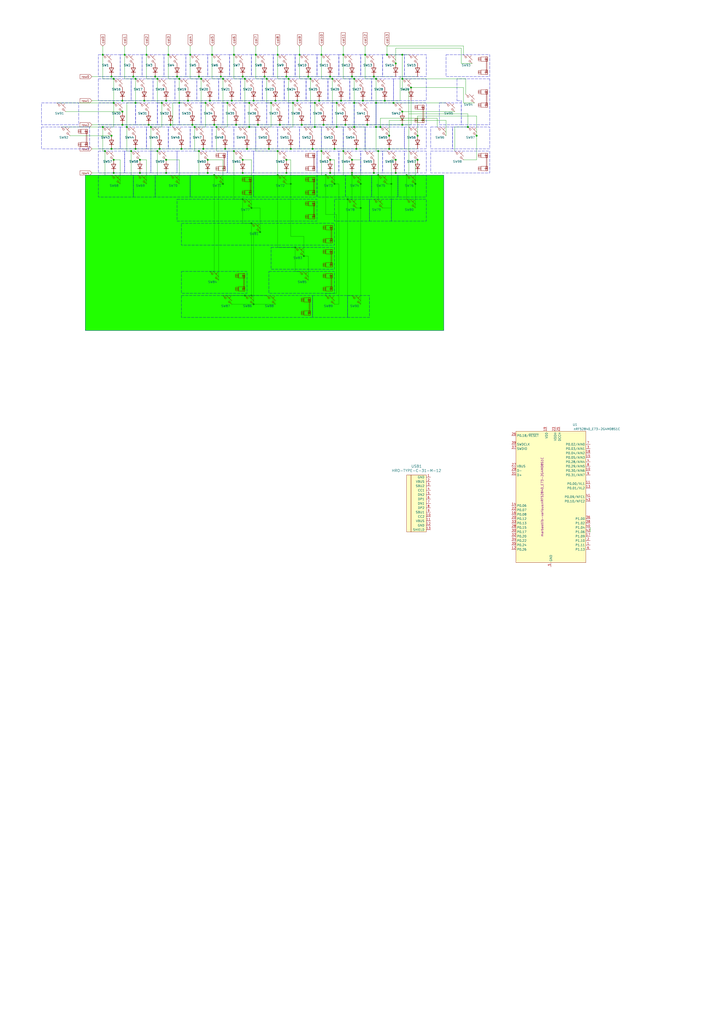
<source format=kicad_sch>
(kicad_sch (version 20250114) (generator "eeschema") (generator_version "9.0")
  (paper "A2" portrait)
  (lib_symbols
    (symbol "Diode:1N4148W" (pin_numbers (hide yes)) (pin_names (hide yes))
      (property "Reference" "D" (at 0 2.54 0))
      (property "Value" "1N4148W" (at 0 -2.54 0))
      (symbol "1N4148W_1_1"
        (pin passive line (at -3.81 0 0) (length 2.54) (name "K") (number "1"))
        (pin passive line (at 3.81 0 180) (length 2.54) (name "A") (number "2"))
      )
    )
    (symbol "Switch:SW_Push_45deg" (pin_numbers (hide yes)) (pin_names (offset 1.016) (hide yes))
      (property "Reference" "SW" (at 3.048 1.016 0))
      (property "Value" "SW_Push_45deg" (at 0 -3.81 0))
      (symbol "SW_Push_45deg_0_1"
        (pin passive line (at -2.54 2.54 0) (length 0) (name "1") (number "1"))
        (pin passive line (at 2.54 -2.54 180) (length 0) (name "2") (number "2"))
      )
    )
    (symbol "Type-C:HRO-TYPE-C-31-M-12" (pin_names (offset 1.016))
      (property "Reference" "USB" (at -5.08 16.51 0))
      (property "Value" "HRO-TYPE-C-31-M-12" (at -10.16 -1.27 90))
      (symbol "HRO-TYPE-C-31-M-12_1_1"
        (pin input line (at 2.54 13.97 180) (length 2.54) (name "GND") (number "1"))
        (pin input line (at 2.54 11.43 180) (length 2.54) (name "VBUS") (number "2"))
        (pin input line (at 2.54 8.89 180) (length 2.54) (name "SBU2") (number "3"))
        (pin input line (at 2.54 6.35 180) (length 2.54) (name "CC1") (number "4"))
        (pin input line (at 2.54 3.81 180) (length 2.54) (name "DN2") (number "5"))
        (pin input line (at 2.54 1.27 180) (length 2.54) (name "DP1") (number "6"))
        (pin input line (at 2.54 -1.27 180) (length 2.54) (name "DN1") (number "7"))
        (pin input line (at 2.54 -3.81 180) (length 2.54) (name "DP2") (number "8"))
        (pin input line (at 2.54 -6.35 180) (length 2.54) (name "SBU1") (number "9"))
        (pin input line (at 2.54 -8.89 180) (length 2.54) (name "CC2") (number "10"))
        (pin input line (at 2.54 -11.43 180) (length 2.54) (name "VBUS") (number "11"))
        (pin input line (at 2.54 -13.97 180) (length 2.54) (name "GND") (number "12"))
        (pin input line (at 2.54 -16.51 180) (length 2.54) (name "SHIELD") (number "13"))
      )
    )
    (symbol "marbastlib-mx:MX_stab" (pin_names (offset 1.016))
      (property "Reference" "S" (at -5.08 6.35 0))
      (property "Value" "MX_stab" (at -5.08 3.81 0))
    )
    (symbol "marbastlib-various:nRF52840_E73-2G4M08S1C"
      (property "Reference" "U" (at 13.97 41.91 0))
      (property "Value" "nRF52840_E73-2G4M08S1C" (at 26.67 39.37 0))
      (symbol "nRF52840_E73-2G4M08S1C_0_0"
        (pin input line (at -22.86 30.48 0) (length 2.54) (name "SWDCLK") (number "39"))
        (pin bidirectional line (at -22.86 27.94 0) (length 2.54) (name "SWDIO") (number "37"))
        (pin power_in line (at -22.86 17.78 0) (length 2.54) (name "VBUS") (number "27"))
        (pin bidirectional line (at -22.86 15.24 0) (length 2.54) (name "D-") (number "29"))
        (pin bidirectional line (at -22.86 12.7 0) (length 2.54) (name "D+") (number "31"))
        (pin bidirectional line (at -22.86 -5.08 0) (length 2.54) (name "P0.06") (number "14"))
        (pin bidirectional line (at -22.86 -7.62 0) (length 2.54) (name "P0.07") (number "22"))
        (pin bidirectional line (at -22.86 -10.16 0) (length 2.54) (name "P0.08") (number "16"))
        (pin bidirectional line (at -22.86 -12.7 0) (length 2.54) (name "P0.12") (number "20"))
        (pin bidirectional line (at -22.86 -15.24 0) (length 2.54) (name "P0.13") (number "33"))
        (pin bidirectional line (at -22.86 -17.78 0) (length 2.54) (name "P0.15") (number "28"))
        (pin bidirectional line (at -22.86 -20.32 0) (length 2.54) (name "P0.17") (number "30"))
        (pin bidirectional line (at -22.86 -22.86 0) (length 2.54) (name "P0.20") (number "32"))
        (pin bidirectional line (at -22.86 -25.4 0) (length 2.54) (name "P0.22") (number "34"))
        (pin bidirectional line (at -22.86 -27.94 0) (length 2.54) (name "P0.24") (number "35"))
        (pin bidirectional line (at -22.86 -30.48 0) (length 2.54) (name "P0.26") (number "12"))
        (pin power_in line (at -2.54 40.64 270) (length 2.54) (name "VDD") (number "19"))
        (pin power_in line (at 2.54 40.64 270) (length 2.54) (name "VDDH") (number "23"))
        (pin power_out line (at 5.08 40.64 270) (length 2.54) (name "DCCH") (number "25"))
        (pin bidirectional line (at 22.86 30.48 180) (length 2.54) (name "P0.02/AIN0") (number "7"))
        (pin bidirectional line (at 22.86 27.94 180) (length 2.54) (name "P0.03/AIN1") (number "3"))
        (pin bidirectional line (at 22.86 25.4 180) (length 2.54) (name "P0.04/AIN2") (number "18"))
        (pin bidirectional line (at 22.86 22.86 180) (length 2.54) (name "P0.05/AIN3") (number "15"))
        (pin bidirectional line (at 22.86 20.32 180) (length 2.54) (name "P0.28/AIN4") (number "4"))
        (pin bidirectional line (at 22.86 17.78 180) (length 2.54) (name "P0.29/AIN5") (number "8"))
        (pin bidirectional line (at 22.86 15.24 180) (length 2.54) (name "P0.30/AIN6") (number "10"))
        (pin bidirectional line (at 22.86 12.7 180) (length 2.54) (name "P0.31/AIN7") (number "9"))
        (pin bidirectional line (at 22.86 7.62 180) (length 2.54) (name "P0.00/XL1") (number "11"))
        (pin bidirectional line (at 22.86 5.08 180) (length 2.54) (name "P0.01/XL2") (number "13"))
        (pin bidirectional line (at 22.86 0 180) (length 2.54) (name "P0.09/NFC1") (number "41"))
        (pin bidirectional line (at 22.86 -2.54 180) (length 2.54) (name "P0.10/NFC2") (number "43"))
        (pin bidirectional line (at 22.86 -12.7 180) (length 2.54) (name "P1.00") (number "36"))
        (pin bidirectional line (at 22.86 -15.24 180) (length 2.54) (name "P1.02") (number "38"))
        (pin bidirectional line (at 22.86 -17.78 180) (length 2.54) (name "P1.04") (number "40"))
        (pin power_in line (at 22.86 -20.32 180) (length 2.54) (name "P1.06") (number "42"))
        (pin bidirectional line (at 22.86 -22.86 180) (length 2.54) (name "P1.09") (number "17"))
        (pin bidirectional line (at 22.86 -25.4 180) (length 2.54) (name "P1.10") (number "2"))
        (pin bidirectional line (at 22.86 -27.94 180) (length 2.54) (name "P1.11") (number "1"))
        (pin bidirectional line (at 22.86 -30.48 180) (length 2.54) (name "P1.13") (number "6"))
      )
      (symbol "nRF52840_E73-2G4M08S1C_1_0"
        (pin input line (at -22.86 35.56 0) (length 2.54) (name "P0.18/~{RESET}") (number "26"))
        (pin passive line (at 0 -40.64 90) (length 2.54) (hide yes) (name "GND") (number "21"))
        (pin passive line (at 0 -40.64 90) (length 2.54) (hide yes) (name "GND") (number "24"))
        (pin power_in line (at 0 -40.64 90) (length 2.54) (name "GND") (number "5"))
      )
    )
  )
  (rectangle (start 127 45.72) (end 139.7 58.42) (stroke (width 0) (type dash)))
  (rectangle (start 57.15 59.69) (end 78.74 72.39) (stroke (width 0) (type dash)))
  (rectangle (start 184.15 87.63) (end 196.85 100.33) (stroke (width 0) (type dash)))
  (rectangle (start 215.9 101.6) (end 231.14 114.3) (stroke (width 0) (type dash)))
  (rectangle (start 49.53 101.6) (end 257.81 191.77) (fill (type color) (color 33 255 0 1)))
  (rectangle (start 85.09 73.66) (end 97.79 86.36) (stroke (width 0) (type dash)))
  (rectangle (start 200.66 101.6) (end 215.9 114.3) (stroke (width 0) (type dash)))
  (rectangle (start 147.32 87.63) (end 184.15 100.33) (stroke (width 0) (type dash)))
  (rectangle (start 222.25 31.75) (end 234.95 44.45) (stroke (width 0) (type dash)))
  (rectangle (start 120.65 31.75) (end 133.35 44.45) (stroke (width 0) (type dash)))
  (rectangle (start 57.15 73.66) (end 69.85 86.36) (stroke (width 0) (type dash)))
  (rectangle (start 209.55 31.75) (end 222.25 44.45) (stroke (width 0) (type dash)))
  (rectangle (start 156.21 157.48) (end 194.31 170.18) (stroke (width 0) (type dash)))
  (rectangle (start 209.55 87.63) (end 222.25 100.33) (stroke (width 0) (type dash)))
  (rectangle (start 173.99 73.66) (end 186.69 86.36) (stroke (width 0) (type dash)))
  (rectangle (start 147.32 101.6) (end 184.15 114.3) (stroke (width 0) (type dash)))
  (rectangle (start 214.63 115.57) (end 227.33 128.27) (stroke (width 0) (type dash)))
  (rectangle (start 234.95 73.66) (end 247.65 86.36) (stroke (width 0) (type dash)))
  (rectangle (start 110.49 101.6) (end 147.32 114.3) (stroke (width 0) (type dash)))
  (rectangle (start 250.19 73.66) (end 262.89 86.36) (stroke (width 0) (type dash)))
  (rectangle (start 105.41 171.45) (end 181.61 184.15) (stroke (width 0) (type dash)))
  (rectangle (start 88.9 45.72) (end 101.6 58.42) (stroke (width 0) (type dash)))
  (rectangle (start 196.85 87.63) (end 209.55 100.33) (stroke (width 0) (type dash)))
  (rectangle (start 105.41 157.48) (end 143.51 170.18) (stroke (width 0) (type dash)))
  (rectangle (start 135.89 73.66) (end 148.59 86.36) (stroke (width 0) (type dash)))
  (rectangle (start 157.48 143.51) (end 194.31 156.21) (stroke (width 0) (type dash)))
  (rectangle (start 123.19 73.66) (end 135.89 86.36) (stroke (width 0) (type dash)))
  (rectangle (start 97.79 73.66) (end 110.49 86.36) (stroke (width 0) (type dash)))
  (rectangle (start 218.44 59.69) (end 247.65 72.39) (stroke (width 0) (type dash)))
  (rectangle (start 104.14 59.69) (end 116.84 72.39) (stroke (width 0) (type dash)))
  (rectangle (start 193.04 59.69) (end 205.74 72.39) (stroke (width 0) (type dash)))
  (rectangle (start 180.34 59.69) (end 193.04 72.39) (stroke (width 0) (type dash)))
  (rectangle (start 262.89 73.66) (end 284.48 86.36) (stroke (width 0) (type dash)))
  (rectangle (start 255.27 59.69) (end 267.97 72.39) (stroke (width 0) (type dash)))
  (rectangle (start 57.15 87.63) (end 72.39 100.33) (stroke (width 0) (type dash)))
  (rectangle (start 250.19 87.63) (end 284.48 100.33) (stroke (width 0) (type dash)))
  (rectangle (start 24.13 59.69) (end 45.72 72.39) (stroke (width 0) (type dash)))
  (rectangle (start 77.47 101.6) (end 90.17 114.3) (stroke (width 0) (type dash)))
  (rectangle (start 231.14 101.6) (end 247.65 114.3) (stroke (width 0) (type dash)))
  (rectangle (start 133.35 31.75) (end 146.05 44.45) (stroke (width 0) (type dash)))
  (rectangle (start 199.39 73.66) (end 212.09 86.36) (stroke (width 0) (type dash)))
  (rectangle (start 234.95 31.75) (end 247.65 44.45) (stroke (width 0) (type dash)))
  (rectangle (start 177.8 45.72) (end 190.5 58.42) (stroke (width 0) (type dash)))
  (rectangle (start 101.6 45.72) (end 114.3 58.42) (stroke (width 0) (type dash)))
  (rectangle (start 212.09 73.66) (end 234.95 86.36) (stroke (width 0) (type dash)))
  (rectangle (start 171.45 31.75) (end 184.15 44.45) (stroke (width 0) (type dash)))
  (rectangle (start 57.15 31.75) (end 69.85 44.45) (stroke (width 0) (type dash)))
  (rectangle (start 228.6 45.72) (end 247.65 58.42) (stroke (width 0) (type dash)))
  (rectangle (start 69.85 73.66) (end 85.09 86.36) (stroke (width 0) (type dash)))
  (rectangle (start 154.94 59.69) (end 167.64 72.39) (stroke (width 0) (type dash)))
  (rectangle (start 146.05 31.75) (end 158.75 44.45) (stroke (width 0) (type dash)))
  (rectangle (start 139.7 45.72) (end 152.4 58.42) (stroke (width 0) (type dash)))
  (rectangle (start 110.49 73.66) (end 123.19 86.36) (stroke (width 0) (type dash)))
  (rectangle (start 78.74 59.69) (end 91.44 72.39) (stroke (width 0) (type dash)))
  (rectangle (start 222.25 87.63) (end 234.95 100.33) (stroke (width 0) (type dash)))
  (rectangle (start 57.15 45.72) (end 76.2 58.42) (stroke (width 0) (type dash)))
  (rectangle (start 129.54 59.69) (end 142.24 72.39) (stroke (width 0) (type dash)))
  (rectangle (start 165.1 45.72) (end 177.8 58.42) (stroke (width 0) (type dash)))
  (rectangle (start 72.39 87.63) (end 87.63 100.33) (stroke (width 0) (type dash)))
  (rectangle (start 24.13 73.66) (end 52.07 86.36) (stroke (width 0) (type dash)))
  (rectangle (start 196.85 31.75) (end 209.55 44.45) (stroke (width 0) (type dash)))
  (rectangle (start 142.24 59.69) (end 154.94 72.39) (stroke (width 0) (type dash)))
  (rectangle (start 167.64 59.69) (end 180.34 72.39) (stroke (width 0) (type dash)))
  (rectangle (start 215.9 45.72) (end 228.6 58.42) (stroke (width 0) (type dash)))
  (rectangle (start 105.41 129.54) (end 194.31 142.24) (stroke (width 0) (type dash)))
  (rectangle (start 158.75 31.75) (end 171.45 44.45) (stroke (width 0) (type dash)))
  (rectangle (start 102.87 87.63) (end 132.08 100.33) (stroke (width 0) (type dash)))
  (rectangle (start 90.17 101.6) (end 110.49 114.3) (stroke (width 0) (type dash)))
  (rectangle (start 102.87 115.57) (end 184.15 128.27) (stroke (width 0) (type dash)))
  (rectangle (start 82.55 31.75) (end 95.25 44.45) (stroke (width 0) (type dash)))
  (rectangle (start 107.95 31.75) (end 120.65 44.45) (stroke (width 0) (type dash)))
  (rectangle (start 184.15 101.6) (end 200.66 114.3) (stroke (width 0) (type dash)))
  (rectangle (start 194.31 115.57) (end 214.63 128.27) (stroke (width 0) (type dash)))
  (rectangle (start 57.15 101.6) (end 77.47 114.3) (stroke (width 0) (type dash)))
  (rectangle (start 184.15 31.75) (end 196.85 44.45) (stroke (width 0) (type dash)))
  (rectangle (start 203.2 45.72) (end 215.9 58.42) (stroke (width 0) (type dash)))
  (rectangle (start 181.61 171.45) (end 201.93 184.15) (stroke (width 0) (type dash)))
  (rectangle (start 116.84 59.69) (end 129.54 72.39) (stroke (width 0) (type dash)))
  (rectangle (start 186.69 73.66) (end 199.39 86.36) (stroke (width 0) (type dash)))
  (rectangle (start 205.74 59.69) (end 218.44 72.39) (stroke (width 0) (type dash)))
  (rectangle (start 201.93 171.45) (end 214.63 184.15) (stroke (width 0) (type dash)))
  (rectangle (start 227.33 115.57) (end 247.65 128.27) (stroke (width 0) (type dash)))
  (rectangle (start 114.3 45.72) (end 127 58.42) (stroke (width 0) (type dash)))
  (rectangle (start 91.44 59.69) (end 104.14 72.39) (stroke (width 0) (type dash)))
  (rectangle (start 161.29 73.66) (end 173.99 86.36) (stroke (width 0) (type dash)))
  (rectangle (start 234.95 87.63) (end 247.65 100.33) (stroke (width 0) (type dash)))
  (rectangle (start 76.2 45.72) (end 88.9 58.42) (stroke (width 0) (type dash)))
  (rectangle (start 190.5 45.72) (end 203.2 58.42) (stroke (width 0) (type dash)))
  (rectangle (start 259.08 31.75) (end 284.48 44.45) (stroke (width 0) (type dash)))
  (rectangle (start 132.08 87.63) (end 147.32 100.33) (stroke (width 0) (type dash)))
  (rectangle (start 69.85 31.75) (end 82.55 44.45) (stroke (width 0) (type dash)))
  (rectangle (start 148.59 73.66) (end 161.29 86.36) (stroke (width 0) (type dash)))
  (rectangle (start 87.63 87.63) (end 102.87 100.33) (stroke (width 0) (type dash)))
  (rectangle (start 95.25 31.75) (end 107.95 44.45) (stroke (width 0) (type dash)))
  (rectangle (start 152.4 45.72) (end 165.1 58.42) (stroke (width 0) (type dash)))
  (junction (at 115.57 87.63))
  (junction (at 209.55 106.68))
  (junction (at 146.05 120.65))
  (junction (at 195.58 59.69))
  (junction (at 140.97 44.45))
  (junction (at 64.77 86.36))
  (junction (at 233.68 72.39))
  (junction (at 210.82 58.42))
  (junction (at 241.3 106.68))
  (junction (at 71.12 58.42))
  (junction (at 205.74 73.66))
  (junction (at 60.96 87.63))
  (junction (at 99.06 72.39))
  (junction (at 78.74 59.69))
  (junction (at 228.6 59.69))
  (junction (at 224.79 31.75))
  (junction (at 110.49 31.75))
  (junction (at 142.24 45.72))
  (junction (at 191.77 100.33))
  (junction (at 223.52 58.42))
  (junction (at 66.04 92.71))
  (junction (at 109.22 58.42))
  (junction (at 217.17 100.33))
  (junction (at 218.44 59.69))
  (junction (at 207.01 86.36))
  (junction (at 124.46 72.39))
  (junction (at 167.64 45.72))
  (junction (at 59.69 31.75))
  (junction (at 226.06 78.74))
  (junction (at 217.17 44.45))
  (junction (at 182.88 73.66))
  (junction (at 87.63 73.66))
  (junction (at 191.77 44.45))
  (junction (at 144.78 73.66))
  (junction (at 96.52 58.42))
  (junction (at 218.44 45.72))
  (junction (at 191.77 92.71))
  (junction (at 179.07 44.45))
  (junction (at 168.91 106.68))
  (junction (at 166.37 44.45))
  (junction (at 209.55 120.65))
  (junction (at 175.26 72.39))
  (junction (at 140.97 100.33))
  (junction (at 185.42 58.42))
  (junction (at 146.05 171.45))
  (junction (at 186.69 87.63))
  (junction (at 219.71 101.6))
  (junction (at 118.11 86.36))
  (junction (at 81.28 100.33))
  (junction (at 78.74 45.72))
  (junction (at 199.39 87.63))
  (junction (at 129.54 45.72))
  (junction (at 154.94 45.72))
  (junction (at 204.47 101.6))
  (junction (at 160.02 58.42))
  (junction (at 219.71 87.63))
  (junction (at 130.81 86.36))
  (junction (at 166.37 92.71))
  (junction (at 226.06 86.36))
  (junction (at 119.38 59.69))
  (junction (at 161.29 101.6))
  (junction (at 104.14 59.69))
  (junction (at 162.56 72.39))
  (junction (at 115.57 44.45))
  (junction (at 157.48 59.69))
  (junction (at 201.93 115.57))
  (junction (at 161.29 87.63))
  (junction (at 213.36 72.39))
  (junction (at 204.47 44.45))
  (junction (at 132.08 59.69))
  (junction (at 227.33 106.68))
  (junction (at 220.98 73.66))
  (junction (at 180.34 45.72))
  (junction (at 143.51 86.36))
  (junction (at 149.86 72.39))
  (junction (at 198.12 58.42))
  (junction (at 85.09 31.75))
  (junction (at 66.04 45.72))
  (junction (at 66.04 100.33))
  (junction (at 229.87 92.71))
  (junction (at 125.73 73.66))
  (junction (at 78.74 86.36))
  (junction (at 171.45 143.51))
  (junction (at 93.98 59.69))
  (junction (at 128.27 44.45))
  (junction (at 91.44 45.72))
  (junction (at 229.87 100.33))
  (junction (at 233.68 31.75))
  (junction (at 137.16 72.39))
  (junction (at 91.44 87.63))
  (junction (at 204.47 92.71))
  (junction (at 123.19 31.75))
  (junction (at 116.84 45.72))
  (junction (at 168.91 86.36))
  (junction (at 64.77 44.45))
  (junction (at 135.89 87.63))
  (junction (at 271.78 73.66))
  (junction (at 129.54 106.68))
  (junction (at 96.52 92.71))
  (junction (at 96.52 100.33))
  (junction (at 156.21 86.36))
  (junction (at 161.29 31.75))
  (junction (at 176.53 148.59))
  (junction (at 66.04 59.69))
  (junction (at 276.86 78.74))
  (junction (at 120.65 100.33))
  (junction (at 124.46 101.6))
  (junction (at 102.87 44.45))
  (junction (at 181.61 86.36))
  (junction (at 200.66 72.39))
  (junction (at 134.62 58.42))
  (junction (at 212.09 31.75))
  (junction (at 142.24 171.45))
  (junction (at 193.04 45.72))
  (junction (at 187.96 72.39))
  (junction (at 71.12 64.77))
  (junction (at 233.68 64.77))
  (junction (at 59.69 73.66))
  (junction (at 113.03 73.66))
  (junction (at 205.74 59.69))
  (junction (at 77.47 44.45))
  (junction (at 195.58 73.66))
  (junction (at 166.37 100.33))
  (junction (at 120.65 92.71))
  (junction (at 204.47 100.33))
  (junction (at 64.77 78.74))
  (junction (at 233.68 45.72))
  (junction (at 86.36 72.39))
  (junction (at 76.2 87.63))
  (junction (at 140.97 115.57))
  (junction (at 105.41 86.36))
  (junction (at 194.31 86.36))
  (junction (at 238.76 50.8))
  (junction (at 242.57 78.74))
  (junction (at 194.31 106.68))
  (junction (at 153.67 44.45))
  (junction (at 121.92 58.42))
  (junction (at 81.28 92.71))
  (junction (at 144.78 59.69))
  (junction (at 140.97 92.71))
  (junction (at 173.99 31.75))
  (junction (at 147.32 176.53))
  (junction (at 90.17 44.45))
  (junction (at 73.66 73.66))
  (junction (at 199.39 31.75))
  (junction (at 189.23 101.6))
  (junction (at 151.13 134.62))
  (junction (at 111.76 72.39))
  (junction (at 72.39 31.75))
  (junction (at 242.57 92.71))
  (junction (at 97.79 31.75))
  (junction (at 172.72 58.42))
  (junction (at 104.14 45.72))
  (junction (at 218.44 73.66))
  (junction (at 148.59 31.75))
  (junction (at 92.71 86.36))
  (junction (at 170.18 59.69))
  (junction (at 182.88 59.69))
  (junction (at 229.87 36.83))
  (junction (at 147.32 58.42))
  (junction (at 186.69 31.75))
  (junction (at 205.74 45.72))
  (junction (at 236.22 101.6))
  (junction (at 135.89 31.75))
  (junction (at 83.82 58.42))
  (junction (at 71.12 72.39))
  (junction (at 146.05 129.54))
  (wire (pts (xy 176.53 137.16) (xy 176.53 148.59)))
  (wire (pts (xy 85.09 31.75) (xy 85.09 45.72)))
  (wire (pts (xy 148.59 45.72) (xy 154.94 45.72)))
  (wire (pts (xy 135.89 26.67) (xy 135.89 31.75)))
  (wire (pts (xy 270.51 45.72) (xy 270.51 54.61)))
  (wire (pts (xy 229.87 92.71) (xy 227.33 92.71)))
  (wire (pts (xy 276.86 92.71) (xy 269.24 92.71)))
  (wire (pts (xy 237.4693 66.04) (xy 237.4693 52.07)))
  (wire (pts (xy 219.71 87.63) (xy 219.71 101.6)))
  (wire (pts (xy 241.3 106.68) (xy 241.3 120.65)))
  (wire (pts (xy 170.18 73.66) (xy 163.83 73.66)))
  (wire (pts (xy 91.44 87.63) (xy 91.44 101.6)))
  (polyline (pts (xy 284.48 72.39) (xy 284.48 45.72)) (stroke (width 0) (type dash)))
  (wire (pts (xy 148.59 31.75) (xy 148.59 45.72)))
  (wire (pts (xy 198.12 58.42) (xy 210.82 58.42)))
  (wire (pts (xy 147.32 58.42) (xy 160.02 58.42)))
  (wire (pts (xy 269.24 50.8) (xy 269.24 59.69)))
  (wire (pts (xy 148.59 73.66) (xy 148.59 87.63)))
  (wire (pts (xy 156.21 86.36) (xy 168.91 86.36)))
  (wire (pts (xy 205.74 45.72) (xy 205.74 59.69)))
  (wire (pts (xy 189.23 170.18) (xy 189.23 171.45)))
  (wire (pts (xy 83.82 58.42) (xy 96.52 58.42)))
  (wire (pts (xy 172.72 58.42) (xy 185.42 58.42)))
  (wire (pts (xy 254 68.58) (xy 254 73.66)))
  (wire (pts (xy 166.37 44.45) (xy 179.07 44.45)))
  (wire (pts (xy 85.09 45.72) (xy 91.44 45.72)))
  (wire (pts (xy 195.58 124.46) (xy 195.58 170.18)))
  (wire (pts (xy 148.59 87.63) (xy 161.29 87.63)))
  (wire (pts (xy 199.39 73.66) (xy 199.39 87.63)))
  (wire (pts (xy 218.44 59.69) (xy 218.44 73.66)))
  (wire (pts (xy 179.07 148.59) (xy 179.07 162.56)))
  (wire (pts (xy 170.18 59.69) (xy 170.18 73.66)))
  (wire (pts (xy 166.37 92.71) (xy 168.91 92.71)))
  (wire (pts (xy 213.36 72.39) (xy 233.68 72.39)))
  (wire (pts (xy 227.33 92.71) (xy 227.33 106.68)))
  (wire (pts (xy 73.66 59.69) (xy 78.74 59.69)))
  (wire (pts (xy 168.91 137.16) (xy 176.53 137.16)))
  (wire (pts (xy 220.98 73.66) (xy 220.98 68.58)))
  (wire (pts (xy 87.63 73.66) (xy 87.63 87.63)))
  (wire (pts (xy 125.73 73.66) (xy 125.73 87.63)))
  (wire (pts (xy 233.68 45.72) (xy 270.51 45.72)))
  (wire (pts (xy 140.97 44.45) (xy 153.67 44.45)))
  (wire (pts (xy 168.91 106.68) (xy 166.37 106.68)))
  (wire (pts (xy 123.19 45.72) (xy 129.54 45.72)))
  (wire (pts (xy 66.04 73.66) (xy 59.69 73.66)))
  (wire (pts (xy 157.48 59.69) (xy 154.94 59.69)))
  (wire (pts (xy 53.34 86.36) (xy 64.77 86.36)))
  (wire (pts (xy 199.39 26.67) (xy 199.39 31.75)))
  (wire (pts (xy 342.9 306.07) (xy 342.9 308.61)))
  (wire (pts (xy 147.32 176.53) (xy 147.32 134.62)))
  (wire (pts (xy 161.29 31.75) (xy 161.29 45.72)))
  (wire (pts (xy 209.55 106.68) (xy 209.55 120.65)))
  (wire (pts (xy 144.78 73.66) (xy 148.59 73.66)))
  (wire (pts (xy 147.32 134.62) (xy 151.13 134.62)))
  (wire (pts (xy 115.57 101.6) (xy 124.46 101.6)))
  (wire (pts (xy 161.29 87.63) (xy 161.29 101.6)))
  (wire (pts (xy 60.96 101.6) (xy 64.77 101.6)))
  (wire (pts (xy 193.04 59.69) (xy 195.58 59.69)))
  (wire (pts (xy 205.74 59.69) (xy 208.28 59.69)))
  (wire (pts (xy 134.62 58.42) (xy 147.32 58.42)))
  (wire (pts (xy 271.78 73.66) (xy 264.16 73.66)))
  (wire (pts (xy 140.97 92.71) (xy 146.05 92.71)))
  (wire (pts (xy 113.03 73.66) (xy 113.03 87.63)))
  (wire (pts (xy 226.06 86.36) (xy 242.57 86.36)))
  (wire (pts (xy 236.22 101.6) (xy 236.22 115.57)))
  (wire (pts (xy 119.38 73.66) (xy 113.03 73.66)))
  (wire (pts (xy 76.2 101.6) (xy 80.01 101.6)))
  (wire (pts (xy 135.89 45.72) (xy 142.24 45.72)))
  (wire (pts (xy 276.86 78.74) (xy 276.86 67.31)))
  (wire (pts (xy 194.31 86.36) (xy 207.01 86.36)))
  (wire (pts (xy 78.74 59.69) (xy 81.28 59.69)))
  (wire (pts (xy 205.74 73.66) (xy 212.09 73.66)))
  (wire (pts (xy 100.33 59.69) (xy 100.33 73.66)))
  (wire (pts (xy 104.14 45.72) (xy 104.14 59.69)))
  (wire (pts (xy 224.79 31.75) (xy 233.68 31.75)))
  (wire (pts (xy 102.87 44.45) (xy 115.57 44.45)))
  (wire (pts (xy 209.55 120.65) (xy 209.55 176.53)))
  (wire (pts (xy 195.58 73.66) (xy 199.39 73.66)))
  (wire (pts (xy 205.74 73.66) (xy 201.93 73.66)))
  (wire (pts (xy 224.79 87.63) (xy 219.71 87.63)))
  (wire (pts (xy 199.39 101.6) (xy 204.47 101.6)))
  (wire (pts (xy 200.66 72.39) (xy 213.36 72.39)))
  (wire (pts (xy 193.04 45.72) (xy 193.04 59.69)))
  (wire (pts (xy 87.63 87.63) (xy 91.44 87.63)))
  (wire (pts (xy 76.2 87.63) (xy 73.66 87.63)))
  (wire (pts (xy 127 162.56) (xy 127 106.68)))
  (wire (pts (xy 219.71 115.57) (xy 217.17 115.57)))
  (wire (pts (xy 134.62 176.53) (xy 147.32 176.53)))
  (wire (pts (xy 232.41 44.45) (xy 242.57 44.45)))
  (wire (pts (xy 195.58 59.69) (xy 195.58 73.66)))
  (wire (pts (xy 78.74 86.36) (xy 92.71 86.36)))
  (wire (pts (xy 194.31 92.71) (xy 194.31 106.68)))
  (wire (pts (xy 209.55 120.65) (xy 207.01 120.65)))
  (wire (pts (xy 129.54 171.45) (xy 142.24 171.45)))
  (wire (pts (xy 241.3 92.71) (xy 242.57 92.71)))
  (wire (pts (xy 259.08 78.74) (xy 259.08 69.85)))
  (wire (pts (xy 182.88 73.66) (xy 176.53 73.66)))
  (wire (pts (xy 224.79 26.67) (xy 269.24 26.67)))
  (wire (pts (xy 271.78 66.04) (xy 271.78 73.66)))
  (wire (pts (xy 72.39 31.75) (xy 72.39 45.72)))
  (wire (pts (xy 81.28 92.71) (xy 85.09 92.71)))
  (wire (pts (xy 196.85 106.68) (xy 194.31 106.68)))
  (wire (pts (xy 229.87 100.33) (xy 242.57 100.33)))
  (wire (pts (xy 228.6 59.69) (xy 259.08 59.69)))
  (wire (pts (xy 142.24 59.69) (xy 144.78 59.69)))
  (wire (pts (xy 166.37 100.33) (xy 191.77 100.33)))
  (wire (pts (xy 91.44 59.69) (xy 93.98 59.69)))
  (wire (pts (xy 110.49 31.75) (xy 110.49 45.72)))
  (wire (pts (xy 35.56 73.66) (xy 59.69 73.66)))
  (wire (pts (xy 189.23 124.46) (xy 195.58 124.46)))
  (wire (pts (xy 40.64 78.74) (xy 64.77 78.74)))
  (wire (pts (xy 191.77 92.71) (xy 194.31 92.71)))
  (wire (pts (xy 199.39 31.75) (xy 199.39 45.72)))
  (wire (pts (xy 195.58 170.18) (xy 189.23 170.18)))
  (wire (pts (xy 196.85 176.53) (xy 196.85 106.68)))
  (wire (pts (xy 129.54 92.71) (xy 129.54 106.68)))
  (wire (pts (xy 220.98 68.58) (xy 254 68.58)))
  (wire (pts (xy 205.74 59.69) (xy 205.74 73.66)))
  (wire (pts (xy 86.36 72.39) (xy 99.06 72.39)))
  (wire (pts (xy 168.91 106.68) (xy 168.91 137.16)))
  (wire (pts (xy 146.05 120.65) (xy 151.13 120.65)))
  (wire (pts (xy 194.31 176.53) (xy 196.85 176.53)))
  (wire (pts (xy 146.05 129.54) (xy 146.05 171.45)))
  (wire (pts (xy 120.65 100.33) (xy 140.97 100.33)))
  (wire (pts (xy 99.06 72.39) (xy 111.76 72.39)))
  (wire (pts (xy 124.46 72.39) (xy 137.16 72.39)))
  (wire (pts (xy 92.71 86.36) (xy 105.41 86.36)))
  (wire (pts (xy 212.09 26.67) (xy 212.09 31.75)))
  (wire (pts (xy 238.76 72.39) (xy 233.68 72.39)))
  (wire (pts (xy 144.78 73.66) (xy 138.43 73.66)))
  (wire (pts (xy 64.77 86.36) (xy 78.74 86.36)))
  (wire (pts (xy 237.49 87.63) (xy 237.49 101.6)))
  (wire (pts (xy 105.41 86.36) (xy 118.11 86.36)))
  (wire (pts (xy 125.73 87.63) (xy 135.89 87.63)))
  (wire (pts (xy 143.51 86.36) (xy 156.21 86.36)))
  (wire (pts (xy 146.05 171.45) (xy 142.24 171.45)))
  (wire (pts (xy 171.45 143.51) (xy 171.45 157.48)))
  (wire (pts (xy 226.06 69.85) (xy 226.06 78.74)))
  (wire (pts (xy 60.96 87.63) (xy 60.96 101.6)))
  (wire (pts (xy 71.12 58.42) (xy 83.82 58.42)))
  (wire (pts (xy 204.47 101.6) (xy 204.47 115.57)))
  (wire (pts (xy 123.19 31.75) (xy 123.19 45.72)))
  (wire (pts (xy 204.47 115.57) (xy 201.93 115.57)))
  (wire (pts (xy 242.57 67.31) (xy 242.57 78.74)))
  (wire (pts (xy 59.69 45.72) (xy 66.04 45.72)))
  (wire (pts (xy 110.49 26.67) (xy 110.49 31.75)))
  (wire (pts (xy 238.76 50.8) (xy 269.24 50.8)))
  (wire (pts (xy 119.38 59.69) (xy 119.38 73.66)))
  (wire (pts (xy 64.77 44.45) (xy 77.47 44.45)))
  (wire (pts (xy 175.26 72.39) (xy 187.96 72.39)))
  (wire (pts (xy 140.97 100.33) (xy 166.37 100.33)))
  (wire (pts (xy 144.78 59.69) (xy 144.78 73.66)))
  (wire (pts (xy 229.87 27.94) (xy 229.87 36.83)))
  (wire (pts (xy 227.33 120.65) (xy 222.25 120.65)))
  (polyline (pts (xy 284.48 45.72) (xy 265.43 45.72)) (stroke (width 0) (type dash)))
  (wire (pts (xy 157.48 59.69) (xy 157.48 73.66)))
  (wire (pts (xy 224.79 31.75) (xy 224.79 26.67)))
  (wire (pts (xy 97.79 26.67) (xy 97.79 31.75)))
  (wire (pts (xy 135.89 87.63) (xy 135.89 115.57)))
  (wire (pts (xy 161.29 45.72) (xy 167.64 45.72)))
  (wire (pts (xy 154.94 59.69) (xy 154.94 45.72)))
  (wire (pts (xy 38.1 64.77) (xy 71.12 64.77)))
  (wire (pts (xy 71.12 72.39) (xy 86.36 72.39)))
  (wire (pts (xy 59.69 87.63) (xy 60.96 87.63)))
  (wire (pts (xy 132.08 73.66) (xy 125.73 73.66)))
  (wire (pts (xy 218.44 73.66) (xy 218.44 87.63)))
  (wire (pts (xy 267.97 27.94) (xy 229.87 27.94)))
  (wire (pts (xy 217.17 100.33) (xy 229.87 100.33)))
  (wire (pts (xy 212.09 73.66) (xy 212.09 87.63)))
  (wire (pts (xy 168.91 86.36) (xy 181.61 86.36)))
  (wire (pts (xy 93.98 73.66) (xy 87.63 73.66)))
  (wire (pts (xy 227.33 106.68) (xy 224.79 106.68)))
  (wire (pts (xy 73.66 87.63) (xy 73.66 73.66)))
  (wire (pts (xy 85.09 26.67) (xy 85.09 31.75)))
  (wire (pts (xy 227.33 106.68) (xy 227.33 120.65)))
  (wire (pts (xy 191.77 100.33) (xy 204.47 100.33)))
  (wire (pts (xy 276.86 67.31) (xy 242.57 67.31)))
  (wire (pts (xy 129.54 59.69) (xy 132.08 59.69)))
  (wire (pts (xy 120.65 92.71) (xy 129.54 92.71)))
  (wire (pts (xy 93.98 59.69) (xy 93.98 73.66)))
  (wire (pts (xy 176.53 148.59) (xy 179.07 148.59)))
  (polyline (pts (xy 265.43 58.42) (xy 267.97 58.42)) (stroke (width 0) (type dash)))
  (wire (pts (xy 76.2 87.63) (xy 76.2 101.6)))
  (wire (pts (xy 59.69 73.66) (xy 59.69 87.63)))
  (wire (pts (xy 146.05 171.45) (xy 154.94 171.45)))
  (wire (pts (xy 173.99 31.75) (xy 173.99 45.72)))
  (wire (pts (xy 199.39 45.72) (xy 205.74 45.72)))
  (wire (pts (xy 269.24 26.67) (xy 269.24 31.75)))
  (wire (pts (xy 237.4693 73.66) (xy 237.4693 87.63)))
  (wire (pts (xy 59.69 26.67) (xy 59.69 31.75)))
  (wire (pts (xy 128.27 44.45) (xy 140.97 44.45)))
  (wire (pts (xy 264.16 73.66) (xy 264.16 87.63)))
  (wire (pts (xy 201.93 115.57) (xy 201.93 171.45)))
  (wire (pts (xy 171.45 157.48) (xy 173.99 157.48)))
  (wire (pts (xy 233.68 64.77) (xy 264.16 64.77)))
  (wire (pts (xy 147.32 176.53) (xy 160.02 176.53)))
  (wire (pts (xy 96.52 100.33) (xy 120.65 100.33)))
  (wire (pts (xy 218.44 73.66) (xy 220.98 73.66)))
  (wire (pts (xy 173.99 45.72) (xy 180.34 45.72)))
  (wire (pts (xy 233.68 45.72) (xy 233.68 31.75)))
  (wire (pts (xy 113.03 87.63) (xy 115.57 87.63)))
  (wire (pts (xy 218.44 87.63) (xy 219.71 87.63)))
  (wire (pts (xy 186.69 45.72) (xy 193.04 45.72)))
  (wire (pts (xy 129.54 45.72) (xy 129.54 59.69)))
  (wire (pts (xy 182.88 73.66) (xy 186.69 73.66)))
  (wire (pts (xy 140.97 129.54) (xy 146.05 129.54)))
  (wire (pts (xy 186.69 73.66) (xy 186.69 87.63)))
  (wire (pts (xy 181.61 86.36) (xy 194.31 86.36)))
  (wire (pts (xy 186.69 87.63) (xy 186.69 101.6)))
  (wire (pts (xy 132.08 59.69) (xy 132.08 73.66)))
  (wire (pts (xy 217.17 44.45) (xy 229.87 44.45)))
  (wire (pts (xy 72.39 26.67) (xy 72.39 31.75)))
  (wire (pts (xy 237.4693 52.07) (xy 233.68 52.07)))
  (wire (pts (xy 276.86 78.74) (xy 276.86 92.71)))
  (wire (pts (xy 66.04 45.72) (xy 66.04 59.69)))
  (wire (pts (xy 96.52 92.71) (xy 104.14 92.71)))
  (wire (pts (xy 91.44 45.72) (xy 91.44 59.69)))
  (wire (pts (xy 237.49 66.04) (xy 271.78 66.04)))
  (wire (pts (xy 180.34 59.69) (xy 182.88 59.69)))
  (wire (pts (xy 124.46 101.6) (xy 124.46 157.48)))
  (wire (pts (xy 209.55 92.71) (xy 209.55 106.68)))
  (wire (pts (xy 116.84 45.72) (xy 116.84 59.69)))
  (wire (pts (xy 140.97 115.57) (xy 140.97 129.54)))
  (wire (pts (xy 170.18 59.69) (xy 167.64 59.69)))
  (wire (pts (xy 161.29 101.6) (xy 161.29 143.51)))
  (wire (pts (xy 85.09 92.71) (xy 85.09 106.68)))
  (wire (pts (xy 97.79 31.75) (xy 97.79 45.72)))
  (wire (pts (xy 223.52 58.42) (xy 232.41 58.42)))
  (wire (pts (xy 186.69 101.6) (xy 189.23 101.6)))
  (wire (pts (xy 204.47 92.71) (xy 209.55 92.71)))
  (wire (pts (xy 167.64 59.69) (xy 167.64 45.72)))
  (wire (pts (xy 116.84 59.69) (xy 119.38 59.69)))
  (wire (pts (xy 173.99 26.67) (xy 173.99 31.75)))
  (wire (pts (xy 66.04 59.69) (xy 66.04 73.66)))
  (wire (pts (xy 218.44 45.72) (xy 218.44 59.69)))
  (wire (pts (xy 78.74 45.72) (xy 78.74 59.69)))
  (wire (pts (xy 149.86 72.39) (xy 162.56 72.39)))
  (polyline (pts (xy 265.43 45.72) (xy 265.43 58.42)) (stroke (width 0) (type dash)))
  (wire (pts (xy 111.76 72.39) (xy 124.46 72.39)))
  (wire (pts (xy 66.04 100.33) (xy 81.28 100.33)))
  (wire (pts (xy 238.76 58.42) (xy 238.76 72.39)))
  (wire (pts (xy 218.44 59.69) (xy 228.6 59.69)))
  (wire (pts (xy 259.08 69.85) (xy 226.06 69.85)))
  (wire (pts (xy 90.17 44.45) (xy 102.87 44.45)))
  (wire (pts (xy 210.82 58.42) (xy 223.52 58.42)))
  (wire (pts (xy 110.49 45.72) (xy 116.84 45.72)))
  (wire (pts (xy 185.42 58.42) (xy 198.12 58.42)))
  (wire (pts (xy 186.69 26.67) (xy 186.69 31.75)))
  (wire (pts (xy 69.85 92.71) (xy 69.85 106.68)))
  (wire (pts (xy 100.33 59.69) (xy 104.14 59.69)))
  (wire (pts (xy 237.49 66.04) (xy 237.49 73.66)))
  (polyline (pts (xy 267.97 72.39) (xy 284.48 72.39)) (stroke (width 0) (type dash)))
  (wire (pts (xy 237.49 101.6) (xy 236.22 101.6)))
  (wire (pts (xy 104.14 59.69) (xy 106.68 59.69)))
  (polyline (pts (xy 267.97 58.42) (xy 267.97 72.39)) (stroke (width 0) (type dash)))
  (wire (pts (xy 199.39 87.63) (xy 199.39 101.6)))
  (wire (pts (xy 53.34 100.33) (xy 66.04 100.33)))
  (wire (pts (xy 109.22 58.42) (xy 121.92 58.42)))
  (wire (pts (xy 148.59 26.67) (xy 148.59 31.75)))
  (wire (pts (xy 179.07 44.45) (xy 191.77 44.45)))
  (wire (pts (xy 191.77 44.45) (xy 204.47 44.45)))
  (wire (pts (xy 233.68 31.75) (xy 237.49 31.75)))
  (wire (pts (xy 130.81 86.36) (xy 143.51 86.36)))
  (wire (pts (xy 135.89 31.75) (xy 135.89 45.72)))
  (wire (pts (xy 233.68 52.07) (xy 233.68 45.72)))
  (wire (pts (xy 97.79 45.72) (xy 104.14 45.72)))
  (wire (pts (xy 161.29 143.51) (xy 171.45 143.51)))
  (wire (pts (xy 33.02 59.69) (xy 66.04 59.69)))
  (wire (pts (xy 267.97 36.83) (xy 267.97 27.94)))
  (wire (pts (xy 124.46 157.48) (xy 121.92 157.48)))
  (wire (pts (xy 180.34 45.72) (xy 180.34 59.69)))
  (wire (pts (xy 160.02 58.42) (xy 172.72 58.42)))
  (wire (pts (xy 81.28 100.33) (xy 96.52 100.33)))
  (wire (pts (xy 219.71 101.6) (xy 219.71 115.57)))
  (wire (pts (xy 212.09 45.72) (xy 218.44 45.72)))
  (wire (pts (xy 72.39 45.72) (xy 78.74 45.72)))
  (wire (pts (xy 146.05 92.71) (xy 146.05 120.65)))
  (wire (pts (xy 162.56 72.39) (xy 175.26 72.39)))
  (wire (pts (xy 53.34 58.42) (xy 71.12 58.42)))
  (wire (pts (xy 161.29 26.67) (xy 161.29 31.75)))
  (wire (pts (xy 91.44 101.6) (xy 99.06 101.6)))
  (wire (pts (xy 123.19 26.67) (xy 123.19 31.75)))
  (wire (pts (xy 204.47 44.45) (xy 217.17 44.45)))
  (wire (pts (xy 189.23 73.66) (xy 195.58 73.66)))
  (wire (pts (xy 66.04 92.71) (xy 69.85 92.71)))
  (wire (pts (xy 187.96 72.39) (xy 200.66 72.39)))
  (wire (pts (xy 137.16 72.39) (xy 149.86 72.39)))
  (wire (pts (xy 96.52 58.42) (xy 109.22 58.42)))
  (wire (pts (xy 201.93 171.45) (xy 204.47 171.45)))
  (wire (pts (xy 212.09 31.75) (xy 212.09 45.72)))
  (wire (pts (xy 135.89 115.57) (xy 140.97 115.57)))
  (wire (pts (xy 151.13 120.65) (xy 151.13 134.62)))
  (wire (pts (xy 153.67 44.45) (xy 166.37 44.45)))
  (wire (pts (xy 73.66 73.66) (xy 73.66 59.69)))
  (wire (pts (xy 207.01 86.36) (xy 226.06 86.36)))
  (wire (pts (xy 104.14 92.71) (xy 104.14 106.68)))
  (wire (pts (xy 53.34 44.45) (xy 64.77 44.45)))
  (wire (pts (xy 168.91 92.71) (xy 168.91 106.68)))
  (wire (pts (xy 77.47 44.45) (xy 90.17 44.45)))
  (wire (pts (xy 189.23 101.6) (xy 189.23 124.46)))
  (wire (pts (xy 115.57 87.63) (xy 115.57 101.6)))
  (wire (pts (xy 53.34 72.39) (xy 71.12 72.39)))
  (wire (pts (xy 274.32 36.83) (xy 267.97 36.83)))
  (wire (pts (xy 186.69 31.75) (xy 186.69 45.72)))
  (wire (pts (xy 118.11 86.36) (xy 130.81 86.36)))
  (wire (pts (xy 142.24 45.72) (xy 142.24 59.69)))
  (wire (pts (xy 59.69 31.75) (xy 59.69 45.72)))
  (wire (pts (xy 204.47 100.33) (xy 217.17 100.33)))
  (wire (pts (xy 232.41 58.42) (xy 232.41 44.45)))
  (wire (pts (xy 127 106.68) (xy 129.54 106.68)))
  (wire (pts (xy 121.92 58.42) (xy 134.62 58.42)))
  (wire (pts (xy 157.48 73.66) (xy 151.13 73.66)))
  (wire (pts (xy 241.3 106.68) (xy 241.3 92.71)))
  (wire (pts (xy 269.24 59.69) (xy 275.59 59.69)))
  (wire (pts (xy 115.57 44.45) (xy 128.27 44.45)))
  (wire (pts (xy 182.88 59.69) (xy 182.88 73.66)))
  (global_label "col10" (shape input) (at 186.69 26.67 90) (property "Intersheetrefs" "${INTERSHEET_REFS}" (effects (hide yes))))
  (global_label "row1" (shape input) (at 53.34 58.42 180) (property "Intersheetrefs" "${INTERSHEET_REFS}" (effects (hide yes))))
  (global_label "col9" (shape input) (at 173.99 26.67 90) (property "Intersheetrefs" "${INTERSHEET_REFS}" (effects (hide yes))))
  (global_label "col11" (shape input) (at 199.39 26.67 90) (property "Intersheetrefs" "${INTERSHEET_REFS}" (effects (hide yes))))
  (global_label "row0" (shape input) (at 53.34 44.45 180) (property "Intersheetrefs" "${INTERSHEET_REFS}" (effects (hide yes))))
  (global_label "row4" (shape input) (at 53.34 100.33 180) (property "Intersheetrefs" "${INTERSHEET_REFS}" (effects (hide yes))))
  (global_label "col3" (shape input) (at 97.79 26.67 90) (property "Intersheetrefs" "${INTERSHEET_REFS}" (effects (hide yes))))
  (global_label "col4" (shape input) (at 110.49 26.67 90) (property "Intersheetrefs" "${INTERSHEET_REFS}" (effects (hide yes))))
  (global_label "col6" (shape input) (at 135.89 26.67 90) (property "Intersheetrefs" "${INTERSHEET_REFS}" (effects (hide yes))))
  (global_label "col5" (shape input) (at 123.19 26.67 90) (property "Intersheetrefs" "${INTERSHEET_REFS}" (effects (hide yes))))
  (global_label "col2" (shape input) (at 85.09 26.67 90) (property "Intersheetrefs" "${INTERSHEET_REFS}" (effects (hide yes))))
  (global_label "col13" (shape input) (at 224.79 26.67 90) (property "Intersheetrefs" "${INTERSHEET_REFS}" (effects (hide yes))))
  (global_label "row2" (shape input) (at 53.34 72.39 180) (property "Intersheetrefs" "${INTERSHEET_REFS}" (effects (hide yes))))
  (global_label "col0" (shape input) (at 59.69 26.67 90) (property "Intersheetrefs" "${INTERSHEET_REFS}" (effects (hide yes))))
  (global_label "col12" (shape input) (at 212.09 26.67 90) (property "Intersheetrefs" "${INTERSHEET_REFS}" (effects (hide yes))))
  (global_label "col7" (shape input) (at 148.59 26.67 90) (property "Intersheetrefs" "${INTERSHEET_REFS}" (effects (hide yes))))
  (global_label "col8" (shape input) (at 161.29 26.67 90) (property "Intersheetrefs" "${INTERSHEET_REFS}" (effects (hide yes))))
  (global_label "row3" (shape input) (at 53.34 86.36 180) (property "Intersheetrefs" "${INTERSHEET_REFS}" (effects (hide yes))))
  (global_label "col1" (shape input) (at 72.39 26.67 90) (property "Intersheetrefs" "${INTERSHEET_REFS}" (effects (hide yes))))
  (symbol (lib_id "Diode:1N4148W") (at 66.04 96.52 90) (unit 1)
    (property "Reference" "D57" (effects (hide yes)))
    (property "Value" "1N4148W" (effects (hide yes)))
    (property "Footprint" "Diode_SMD:D_SOD-123" (effects (hide yes)))
    (property "Datasheet" "https://www.vishay.com/docs/85748/1n4148w.pdf" (effects (hide yes)))
    (property "Description" "75V 0.15A Fast Switching Diode, SOD-123" (effects (hide yes)))
    (property "Sim.Device" "D" (effects (hide yes)))
    (property "Sim.Pins" "1=K 2=A" (effects (hide yes)))
  )
  (symbol (lib_id "Diode:1N4148W") (at 168.91 82.55 90) (unit 1)
    (property "Reference" "D51" (effects (hide yes)))
    (property "Value" "1N4148W" (effects (hide yes)))
    (property "Footprint" "Diode_SMD:D_SOD-123" (effects (hide yes)))
    (property "Datasheet" "https://www.vishay.com/docs/85748/1n4148w.pdf" (effects (hide yes)))
    (property "Description" "75V 0.15A Fast Switching Diode, SOD-123" (effects (hide yes)))
    (property "Sim.Device" "D" (effects (hide yes)))
    (property "Sim.Pins" "1=K 2=A" (effects (hide yes)))
  )
  (symbol (lib_id "Diode:1N4148W") (at 160.02 54.61 90) (unit 1)
    (property "Reference" "D23" (effects (hide yes)))
    (property "Value" "1N4148W" (effects (hide yes)))
    (property "Footprint" "Diode_SMD:D_SOD-123" (effects (hide yes)))
    (property "Datasheet" "https://www.vishay.com/docs/85748/1n4148w.pdf" (effects (hide yes)))
    (property "Description" "75V 0.15A Fast Switching Diode, SOD-123" (effects (hide yes)))
    (property "Sim.Device" "D" (effects (hide yes)))
    (property "Sim.Pins" "1=K 2=A" (effects (hide yes)))
  )
  (symbol (lib_id "Switch:SW_Push_45deg") (at 138.43 34.29 0) (unit 1)
    (property "Reference" "SW7" (at 137.414 37.846 0))
    (property "Value" "SW_Push_45deg" (effects (hide yes)))
    (property "Footprint" "marbastlib-mx:SW_MX_1u" (effects (hide yes)))
    (property "Description" "Push button switch, normally open, two pins, 45° tilted" (effects (hide yes)))
  )
  (symbol (lib_id "Switch:SW_Push_45deg") (at 38.1 76.2 0) (unit 1)
    (property "Reference" "SW92" (at 37.084 79.756 0))
    (property "Value" "SW_Push_45deg" (effects (hide yes)))
    (property "Footprint" "marbastlib-mx:SW_MX_1u" (effects (hide yes)))
    (property "Description" "Push button switch, normally open, two pins, 45° tilted" (effects (hide yes)))
  )
  (symbol (lib_id "marbastlib-mx:MX_stab") (at 139.7 163.83 90) (unit 1)
    (property "Reference" "S12" (effects (hide yes)))
    (property "Value" "MX_stab" (effects (hide yes)))
    (property "Footprint" "marbastlib-mx:STAB_MX_P_3u" (effects (hide yes)))
    (property "Description" "Cherry MX-style stabilizer" (effects (hide yes)))
  )
  (symbol (lib_id "Switch:SW_Push_45deg") (at 227.33 34.29 0) (unit 1)
    (property "Reference" "SW14" (at 226.314 37.846 0))
    (property "Value" "SW_Push_45deg" (effects (hide yes)))
    (property "Footprint" "marbastlib-mx:SW_MX_1u" (effects (hide yes)))
    (property "Description" "Push button switch, normally open, two pins, 45° tilted" (effects (hide yes)))
  )
  (symbol (lib_id "Switch:SW_Push_45deg") (at 63.5 90.17 0) (unit 1)
    (property "Reference" "SW57" (at 62.484 93.726 0))
    (property "Value" "SW_Push_45deg" (effects (hide yes)))
    (property "Footprint" "marbastlib-mx:SW_MX_1.25u" (effects (hide yes)))
    (property "Description" "Push button switch, normally open, two pins, 45° tilted" (effects (hide yes)))
  )
  (symbol (lib_id "Diode:1N4148W") (at 217.17 96.52 90) (unit 1)
    (property "Reference" "D65" (effects (hide yes)))
    (property "Value" "1N4148W" (effects (hide yes)))
    (property "Footprint" "Diode_SMD:D_SOD-123" (effects (hide yes)))
    (property "Datasheet" "https://www.vishay.com/docs/85748/1n4148w.pdf" (effects (hide yes)))
    (property "Description" "75V 0.15A Fast Switching Diode, SOD-123" (effects (hide yes)))
    (property "Sim.Device" "D" (effects (hide yes)))
    (property "Sim.Pins" "1=K 2=A" (effects (hide yes)))
  )
  (symbol (lib_id "Diode:1N4148W") (at 102.87 40.64 90) (unit 1)
    (property "Reference" "D4" (effects (hide yes)))
    (property "Value" "1N4148W" (effects (hide yes)))
    (property "Footprint" "Diode_SMD:D_SOD-123" (effects (hide yes)))
    (property "Datasheet" "https://www.vishay.com/docs/85748/1n4148w.pdf" (effects (hide yes)))
    (property "Description" "75V 0.15A Fast Switching Diode, SOD-123" (effects (hide yes)))
    (property "Sim.Device" "D" (effects (hide yes)))
    (property "Sim.Pins" "1=K 2=A" (effects (hide yes)))
  )
  (symbol (lib_id "Switch:SW_Push_45deg") (at 261.62 62.23 0) (unit 1)
    (property "Reference" "SW95" (at 260.604 65.786 0))
    (property "Value" "SW_Push_45deg" (effects (hide yes)))
    (property "Footprint" "marbastlib-mx:SW_MX_1u" (effects (hide yes)))
    (property "Description" "Push button switch, normally open, two pins, 45° tilted" (effects (hide yes)))
  )
  (symbol (lib_id "Switch:SW_Push_45deg") (at 147.32 62.23 0) (unit 1)
    (property "Reference" "SW36" (at 146.304 65.786 0))
    (property "Value" "SW_Push_45deg" (effects (hide yes)))
    (property "Footprint" "marbastlib-mx:SW_MX_1u" (effects (hide yes)))
    (property "Description" "Push button switch, normally open, two pins, 45° tilted" (effects (hide yes)))
  )
  (symbol (lib_id "Switch:SW_Push_45deg") (at 119.38 48.26 0) (unit 1)
    (property "Reference" "SW20" (at 118.364 51.816 0))
    (property "Value" "SW_Push_45deg" (effects (hide yes)))
    (property "Footprint" "marbastlib-mx:SW_MX_1u" (effects (hide yes)))
    (property "Description" "Push button switch, normally open, two pins, 45° tilted" (effects (hide yes)))
  )
  (symbol (lib_id "Diode:1N4148W") (at 115.57 40.64 90) (unit 1)
    (property "Reference" "D5" (effects (hide yes)))
    (property "Value" "1N4148W" (effects (hide yes)))
    (property "Footprint" "Diode_SMD:D_SOD-123" (effects (hide yes)))
    (property "Datasheet" "https://www.vishay.com/docs/85748/1n4148w.pdf" (effects (hide yes)))
    (property "Description" "75V 0.15A Fast Switching Diode, SOD-123" (effects (hide yes)))
    (property "Sim.Device" "D" (effects (hide yes)))
    (property "Sim.Pins" "1=K 2=A" (effects (hide yes)))
  )
  (symbol (lib_id "Switch:SW_Push_45deg") (at 67.31 104.14 0) (unit 1)
    (property "Reference" "SW68" (at 66.294 107.696 0))
    (property "Value" "SW_Push_45deg" (effects (hide yes)))
    (property "Footprint" "marbastlib-mx:SW_MX_1.5u" (effects (hide yes)))
    (property "Description" "Push button switch, normally open, two pins, 45° tilted" (effects (hide yes)))
  )
  (symbol (lib_id "marbastlib-mx:MX_stab") (at 48.26 80.01 90) (unit 1)
    (property "Reference" "S1" (effects (hide yes)))
    (property "Value" "MX_stab" (effects (hide yes)))
    (property "Footprint" "marbastlib-mx:STAB_MX_P_2.25u" (effects (hide yes)))
    (property "Description" "Cherry MX-style stabilizer" (effects (hide yes)))
  )
  (symbol (lib_id "Switch:SW_Push_45deg") (at 100.33 34.29 0) (unit 1)
    (property "Reference" "SW4" (at 99.314 37.846 0))
    (property "Value" "SW_Push_45deg" (effects (hide yes)))
    (property "Footprint" "marbastlib-mx:SW_MX_1u" (effects (hide yes)))
    (property "Description" "Push button switch, normally open, two pins, 45° tilted" (effects (hide yes)))
  )
  (symbol (lib_id "Switch:SW_Push_45deg") (at 151.13 34.29 0) (unit 1)
    (property "Reference" "SW8" (at 150.114 37.846 0))
    (property "Value" "SW_Push_45deg" (effects (hide yes)))
    (property "Footprint" "marbastlib-mx:SW_MX_1u" (effects (hide yes)))
    (property "Description" "Push button switch, normally open, two pins, 45° tilted" (effects (hide yes)))
  )
  (symbol (lib_id "Diode:1N4148W") (at 147.32 54.61 90) (unit 1)
    (property "Reference" "D22" (effects (hide yes)))
    (property "Value" "1N4148W" (effects (hide yes)))
    (property "Footprint" "Diode_SMD:D_SOD-123" (effects (hide yes)))
    (property "Datasheet" "https://www.vishay.com/docs/85748/1n4148w.pdf" (effects (hide yes)))
    (property "Description" "75V 0.15A Fast Switching Diode, SOD-123" (effects (hide yes)))
    (property "Sim.Device" "D" (effects (hide yes)))
    (property "Sim.Pins" "1=K 2=A" (effects (hide yes)))
  )
  (symbol (lib_id "Switch:SW_Push_45deg") (at 113.03 34.29 0) (unit 1)
    (property "Reference" "SW5" (at 112.014 37.846 0))
    (property "Value" "SW_Push_45deg" (effects (hide yes)))
    (property "Footprint" "marbastlib-mx:SW_MX_1u" (effects (hide yes)))
    (property "Description" "Push button switch, normally open, two pins, 45° tilted" (effects (hide yes)))
  )
  (symbol (lib_id "Switch:SW_Push_45deg") (at 227.33 90.17 0) (unit 1)
    (property "Reference" "SW66" (at 226.314 93.726 0))
    (property "Value" "SW_Push_45deg" (effects (hide yes)))
    (property "Footprint" "marbastlib-mx:SW_MX_1u" (effects (hide yes)))
    (property "Description" "Push button switch, normally open, two pins, 45° tilted" (effects (hide yes)))
  )
  (symbol (lib_id "Diode:1N4148W") (at 162.56 68.58 90) (unit 1)
    (property "Reference" "D37" (effects (hide yes)))
    (property "Value" "1N4148W" (effects (hide yes)))
    (property "Footprint" "Diode_SMD:D_SOD-123" (effects (hide yes)))
    (property "Datasheet" "https://www.vishay.com/docs/85748/1n4148w.pdf" (effects (hide yes)))
    (property "Description" "75V 0.15A Fast Switching Diode, SOD-123" (effects (hide yes)))
    (property "Sim.Device" "D" (effects (hide yes)))
    (property "Sim.Pins" "1=K 2=A" (effects (hide yes)))
  )
  (symbol (lib_id "Diode:1N4148W") (at 185.42 54.61 90) (unit 1)
    (property "Reference" "D25" (effects (hide yes)))
    (property "Value" "1N4148W" (effects (hide yes)))
    (property "Footprint" "Diode_SMD:D_SOD-123" (effects (hide yes)))
    (property "Datasheet" "https://www.vishay.com/docs/85748/1n4148w.pdf" (effects (hide yes)))
    (property "Description" "75V 0.15A Fast Switching Diode, SOD-123" (effects (hide yes)))
    (property "Sim.Device" "D" (effects (hide yes)))
    (property "Sim.Pins" "1=K 2=A" (effects (hide yes)))
  )
  (symbol (lib_id "Diode:1N4148W") (at 64.77 82.55 90) (unit 1)
    (property "Reference" "D43" (effects (hide yes)))
    (property "Value" "1N4148W" (effects (hide yes)))
    (property "Footprint" "Diode_SMD:D_SOD-123" (effects (hide yes)))
    (property "Datasheet" "https://www.vishay.com/docs/85748/1n4148w.pdf" (effects (hide yes)))
    (property "Description" "75V 0.15A Fast Switching Diode, SOD-123" (effects (hide yes)))
    (property "Sim.Device" "D" (effects (hide yes)))
    (property "Sim.Pins" "1=K 2=A" (effects (hide yes)))
  )
  (symbol (lib_id "Diode:1N4148W") (at 166.37 40.64 90) (unit 1)
    (property "Reference" "D9" (effects (hide yes)))
    (property "Value" "1N4148W" (effects (hide yes)))
    (property "Footprint" "Diode_SMD:D_SOD-123" (effects (hide yes)))
    (property "Datasheet" "https://www.vishay.com/docs/85748/1n4148w.pdf" (effects (hide yes)))
    (property "Description" "75V 0.15A Fast Switching Diode, SOD-123" (effects (hide yes)))
    (property "Sim.Device" "D" (effects (hide yes)))
    (property "Sim.Pins" "1=K 2=A" (effects (hide yes)))
  )
  (symbol (lib_id "Diode:1N4148W") (at 229.87 96.52 90) (unit 1)
    (property "Reference" "D66" (effects (hide yes)))
    (property "Value" "1N4148W" (effects (hide yes)))
    (property "Footprint" "Diode_SMD:D_SOD-123" (effects (hide yes)))
    (property "Datasheet" "https://www.vishay.com/docs/85748/1n4148w.pdf" (effects (hide yes)))
    (property "Description" "75V 0.15A Fast Switching Diode, SOD-123" (effects (hide yes)))
    (property "Sim.Device" "D" (effects (hide yes)))
    (property "Sim.Pins" "1=K 2=A" (effects (hide yes)))
  )
  (symbol (lib_id "Switch:SW_Push_45deg") (at 191.77 173.99 0) (unit 1)
    (property "Reference" "SW89" (at 190.754 177.546 0))
    (property "Value" "SW_Push_45deg" (effects (hide yes)))
    (property "Footprint" "marbastlib-mx:SW_MX_1.5u" (effects (hide yes)))
    (property "Description" "Push button switch, normally open, two pins, 45° tilted" (effects (hide yes)))
  )
  (symbol (lib_id "Diode:1N4148W") (at 130.81 82.55 90) (unit 1)
    (property "Reference" "D48" (effects (hide yes)))
    (property "Value" "1N4148W" (effects (hide yes)))
    (property "Footprint" "Diode_SMD:D_SOD-123" (effects (hide yes)))
    (property "Datasheet" "https://www.vishay.com/docs/85748/1n4148w.pdf" (effects (hide yes)))
    (property "Description" "75V 0.15A Fast Switching Diode, SOD-123" (effects (hide yes)))
    (property "Sim.Device" "D" (effects (hide yes)))
    (property "Sim.Pins" "1=K 2=A" (effects (hide yes)))
  )
  (symbol (lib_id "Diode:1N4148W") (at 229.87 40.64 90) (unit 1)
    (property "Reference" "D14" (effects (hide yes)))
    (property "Value" "1N4148W" (effects (hide yes)))
    (property "Footprint" "Diode_SMD:D_SOD-123" (effects (hide yes)))
    (property "Datasheet" "https://www.vishay.com/docs/85748/1n4148w.pdf" (effects (hide yes)))
    (property "Description" "75V 0.15A Fast Switching Diode, SOD-123" (effects (hide yes)))
    (property "Sim.Device" "D" (effects (hide yes)))
    (property "Sim.Pins" "1=K 2=A" (effects (hide yes)))
  )
  (symbol (lib_id "Diode:1N4148W") (at 109.22 54.61 90) (unit 1)
    (property "Reference" "D19" (effects (hide yes)))
    (property "Value" "1N4148W" (effects (hide yes)))
    (property "Footprint" "Diode_SMD:D_SOD-123" (effects (hide yes)))
    (property "Datasheet" "https://www.vishay.com/docs/85748/1n4148w.pdf" (effects (hide yes)))
    (property "Description" "75V 0.15A Fast Switching Diode, SOD-123" (effects (hide yes)))
    (property "Sim.Device" "D" (effects (hide yes)))
    (property "Sim.Pins" "1=K 2=A" (effects (hide yes)))
  )
  (symbol (lib_id "marbastlib-mx:MX_stab") (at 128.27 93.98 90) (unit 1)
    (property "Reference" "S3" (effects (hide yes)))
    (property "Value" "MX_stab" (effects (hide yes)))
    (property "Footprint" "marbastlib-mx:STAB_MX_P_2.25u" (effects (hide yes)))
    (property "Description" "Cherry MX-style stabilizer" (effects (hide yes)))
  )
  (symbol (lib_id "Diode:1N4148W") (at 86.36 68.58 90) (unit 1)
    (property "Reference" "D31" (effects (hide yes)))
    (property "Value" "1N4148W" (effects (hide yes)))
    (property "Footprint" "Diode_SMD:D_SOD-123" (effects (hide yes)))
    (property "Datasheet" "https://www.vishay.com/docs/85748/1n4148w.pdf" (effects (hide yes)))
    (property "Description" "75V 0.15A Fast Switching Diode, SOD-123" (effects (hide yes)))
    (property "Sim.Device" "D" (effects (hide yes)))
    (property "Sim.Pins" "1=K 2=A" (effects (hide yes)))
  )
  (symbol (lib_id "Diode:1N4148W") (at 111.76 68.58 90) (unit 1)
    (property "Reference" "D33" (effects (hide yes)))
    (property "Value" "1N4148W" (effects (hide yes)))
    (property "Footprint" "Diode_SMD:D_SOD-123" (effects (hide yes)))
    (property "Datasheet" "https://www.vishay.com/docs/85748/1n4148w.pdf" (effects (hide yes)))
    (property "Description" "75V 0.15A Fast Switching Diode, SOD-123" (effects (hide yes)))
    (property "Sim.Device" "D" (effects (hide yes)))
    (property "Sim.Pins" "1=K 2=A" (effects (hide yes)))
  )
  (symbol (lib_id "Switch:SW_Push_45deg") (at 153.67 76.2 0) (unit 1)
    (property "Reference" "SW50" (at 152.654 79.756 0))
    (property "Value" "SW_Push_45deg" (effects (hide yes)))
    (property "Footprint" "marbastlib-mx:SW_MX_1u" (effects (hide yes)))
    (property "Description" "Push button switch, normally open, two pins, 45° tilted" (effects (hide yes)))
  )
  (symbol (lib_id "Diode:1N4148W") (at 233.68 68.58 90) (unit 1)
    (property "Reference" "D42" (effects (hide yes)))
    (property "Value" "1N4148W" (effects (hide yes)))
    (property "Footprint" "Diode_SMD:D_SOD-123" (effects (hide yes)))
    (property "Datasheet" "https://www.vishay.com/docs/85748/1n4148w.pdf" (effects (hide yes)))
    (property "Description" "75V 0.15A Fast Switching Diode, SOD-123" (effects (hide yes)))
    (property "Sim.Device" "D" (effects (hide yes)))
    (property "Sim.Pins" "1=K 2=A" (effects (hide yes)))
  )
  (symbol (lib_id "Switch:SW_Push_45deg") (at 176.53 34.29 0) (unit 1)
    (property "Reference" "SW10" (at 175.514 37.846 0))
    (property "Value" "SW_Push_45deg" (effects (hide yes)))
    (property "Footprint" "marbastlib-mx:SW_MX_1u" (effects (hide yes)))
    (property "Description" "Push button switch, normally open, two pins, 45° tilted" (effects (hide yes)))
  )
  (symbol (lib_id "Switch:SW_Push_45deg") (at 90.17 76.2 0) (unit 1)
    (property "Reference" "SW45" (at 89.154 79.756 0))
    (property "Value" "SW_Push_45deg" (effects (hide yes)))
    (property "Footprint" "marbastlib-mx:SW_MX_1u" (effects (hide yes)))
    (property "Description" "Push button switch, normally open, two pins, 45° tilted" (effects (hide yes)))
  )
  (symbol (lib_id "Switch:SW_Push_45deg") (at 176.53 160.02 0) (unit 1)
    (property "Reference" "SW85" (at 175.514 163.576 0))
    (property "Value" "SW_Push_45deg" (effects (hide yes)))
    (property "Footprint" "marbastlib-mx:SW_MX_1u" (effects (hide yes)))
    (property "Description" "Push button switch, normally open, two pins, 45° tilted" (effects (hide yes)))
  )
  (symbol (lib_id "Switch:SW_Push_45deg") (at 238.76 118.11 0) (unit 1)
    (property "Reference" "SW80" (at 237.744 121.666 0))
    (property "Value" "SW_Push_45deg" (effects (hide yes)))
    (property "Footprint" "marbastlib-mx:SW_MX_1.5u" (effects (hide yes)))
    (property "Description" "Push button switch, normally open, two pins, 45° tilted" (effects (hide yes)))
  )
  (symbol (lib_id "Switch:SW_Push_45deg") (at 115.57 76.2 0) (unit 1)
    (property "Reference" "SW47" (at 114.554 79.756 0))
    (property "Value" "SW_Push_45deg" (effects (hide yes)))
    (property "Footprint" "marbastlib-mx:SW_MX_1u" (effects (hide yes)))
    (property "Description" "Push button switch, normally open, two pins, 45° tilted" (effects (hide yes)))
  )
  (symbol (lib_id "Switch:SW_Push_45deg") (at 128.27 76.2 0) (unit 1)
    (property "Reference" "SW48" (at 127.254 79.756 0))
    (property "Value" "SW_Push_45deg" (effects (hide yes)))
    (property "Footprint" "marbastlib-mx:SW_MX_1u" (effects (hide yes)))
    (property "Description" "Push button switch, normally open, two pins, 45° tilted" (effects (hide yes)))
  )
  (symbol (lib_id "Switch:SW_Push_45deg") (at 189.23 34.29 0) (unit 1)
    (property "Reference" "SW11" (at 188.214 37.846 0))
    (property "Value" "SW_Push_45deg" (effects (hide yes)))
    (property "Footprint" "marbastlib-mx:SW_MX_1u" (effects (hide yes)))
    (property "Description" "Push button switch, normally open, two pins, 45° tilted" (effects (hide yes)))
  )
  (symbol (lib_id "Switch:SW_Push_45deg") (at 240.03 34.29 0) (unit 1)
    (property "Reference" "SW15" (at 239.014 37.846 0))
    (property "Value" "SW_Push_45deg" (effects (hide yes)))
    (property "Footprint" "marbastlib-mx:SW_MX_1u" (effects (hide yes)))
    (property "Description" "Push button switch, normally open, two pins, 45° tilted" (effects (hide yes)))
  )
  (symbol (lib_id "Switch:SW_Push_45deg") (at 76.2 76.2 0) (unit 1)
    (property "Reference" "SW44" (at 75.184 79.756 0))
    (property "Value" "SW_Push_45deg" (effects (hide yes)))
    (property "Footprint" "marbastlib-mx:SW_MX_1.25u" (effects (hide yes)))
    (property "Description" "Push button switch, normally open, two pins, 45° tilted" (effects (hide yes)))
  )
  (symbol (lib_id "Diode:1N4148W") (at 81.28 96.52 90) (unit 1)
    (property "Reference" "D58" (effects (hide yes)))
    (property "Value" "1N4148W" (effects (hide yes)))
    (property "Footprint" "Diode_SMD:D_SOD-123" (effects (hide yes)))
    (property "Datasheet" "https://www.vishay.com/docs/85748/1n4148w.pdf" (effects (hide yes)))
    (property "Description" "75V 0.15A Fast Switching Diode, SOD-123" (effects (hide yes)))
    (property "Sim.Device" "D" (effects (hide yes)))
    (property "Sim.Pins" "1=K 2=A" (effects (hide yes)))
  )
  (symbol (lib_id "Switch:SW_Push_45deg") (at 68.58 62.23 0) (unit 1)
    (property "Reference" "SW30" (at 67.564 65.786 0))
    (property "Value" "SW_Push_45deg" (effects (hide yes)))
    (property "Footprint" "marbastlib-mx:SW_MX_1.75u" (effects (hide yes)))
    (property "Description" "Push button switch, normally open, two pins, 45° tilted" (effects (hide yes)))
  )
  (symbol (lib_id "Switch:SW_Push_45deg") (at 195.58 48.26 0) (unit 1)
    (property "Reference" "SW26" (at 194.564 51.816 0))
    (property "Value" "SW_Push_45deg" (effects (hide yes)))
    (property "Footprint" "marbastlib-mx:SW_MX_1u" (effects (hide yes)))
    (property "Description" "Push button switch, normally open, two pins, 45° tilted" (effects (hide yes)))
  )
  (symbol (lib_id "marbastlib-mx:MX_stab") (at 190.5 163.83 90) (unit 1)
    (property "Reference" "S13" (effects (hide yes)))
    (property "Value" "MX_stab" (effects (hide yes)))
    (property "Footprint" "marbastlib-mx:STAB_MX_P_3u" (effects (hide yes)))
    (property "Description" "Cherry MX-style stabilizer" (effects (hide yes)))
  )
  (symbol (lib_id "Switch:SW_Push_45deg") (at 271.78 34.29 0) (unit 1)
    (property "Reference" "SW93" (at 270.764 37.846 0))
    (property "Value" "SW_Push_45deg" (effects (hide yes)))
    (property "Footprint" "marbastlib-mx:SW_MX_1u" (effects (hide yes)))
    (property "Description" "Push button switch, normally open, two pins, 45° tilted" (effects (hide yes)))
  )
  (symbol (lib_id "Switch:SW_Push_45deg") (at 143.51 118.11 0) (unit 1)
    (property "Reference" "SW77" (at 142.494 121.666 0))
    (property "Value" "SW_Push_45deg" (effects (hide yes)))
    (property "Footprint" "marbastlib-mx:SW_MX_1u" (effects (hide yes)))
    (property "Description" "Push button switch, normally open, two pins, 45° tilted" (effects (hide yes)))
  )
  (symbol (lib_id "Switch:SW_Push_45deg") (at 223.52 76.2 0) (unit 1)
    (property "Reference" "SW55" (at 222.504 79.756 0))
    (property "Value" "SW_Push_45deg" (effects (hide yes)))
    (property "Footprint" "marbastlib-mx:SW_MX_1.75u" (effects (hide yes)))
    (property "Description" "Push button switch, normally open, two pins, 45° tilted" (effects (hide yes)))
  )
  (symbol (lib_id "marbastlib-mx:MX_stab") (at 243.84 66.04 90) (unit 1)
    (property "Reference" "S2" (effects (hide yes)))
    (property "Value" "MX_stab" (effects (hide yes)))
    (property "Footprint" "marbastlib-mx:STAB_MX_P_2.25u" (effects (hide yes)))
    (property "Description" "Cherry MX-style stabilizer" (effects (hide yes)))
  )
  (symbol (lib_id "Switch:SW_Push_45deg") (at 82.55 104.14 0) (unit 1)
    (property "Reference" "SW69" (at 81.534 107.696 0))
    (property "Value" "SW_Push_45deg" (effects (hide yes)))
    (property "Footprint" "marbastlib-mx:SW_MX_1u" (effects (hide yes)))
    (property "Description" "Push button switch, normally open, two pins, 45° tilted" (effects (hide yes)))
  )
  (symbol (lib_id "Switch:SW_Push_45deg") (at 148.59 132.08 0) (unit 1)
    (property "Reference" "SW81" (at 147.574 135.636 0))
    (property "Value" "SW_Push_45deg" (effects (hide yes)))
    (property "Footprint" "marbastlib-mx:SW_MX_1u" (effects (hide yes)))
    (property "Description" "Push button switch, normally open, two pins, 45° tilted" (effects (hide yes)))
  )
  (symbol (lib_id "Diode:1N4148W") (at 191.77 40.64 90) (unit 1)
    (property "Reference" "D11" (effects (hide yes)))
    (property "Value" "1N4148W" (effects (hide yes)))
    (property "Footprint" "Diode_SMD:D_SOD-123" (effects (hide yes)))
    (property "Datasheet" "https://www.vishay.com/docs/85748/1n4148w.pdf" (effects (hide yes)))
    (property "Description" "75V 0.15A Fast Switching Diode, SOD-123" (effects (hide yes)))
    (property "Sim.Device" "D" (effects (hide yes)))
    (property "Sim.Pins" "1=K 2=A" (effects (hide yes)))
  )
  (symbol (lib_id "Switch:SW_Push_45deg") (at 240.03 90.17 0) (unit 1)
    (property "Reference" "SW67" (at 239.014 93.726 0))
    (property "Value" "SW_Push_45deg" (effects (hide yes)))
    (property "Footprint" "marbastlib-mx:SW_MX_1u" (effects (hide yes)))
    (property "Description" "Push button switch, normally open, two pins, 45° tilted" (effects (hide yes)))
  )
  (symbol (lib_id "Switch:SW_Push_45deg") (at 207.01 173.99 0) (unit 1)
    (property "Reference" "SW90" (at 205.994 177.546 0))
    (property "Value" "SW_Push_45deg" (effects (hide yes)))
    (property "Footprint" "marbastlib-mx:SW_MX_1u" (effects (hide yes)))
    (property "Description" "Push button switch, normally open, two pins, 45° tilted" (effects (hide yes)))
  )
  (symbol (lib_id "Switch:SW_Push_45deg") (at 62.23 34.29 0) (unit 1)
    (property "Reference" "SW1" (at 61.214 37.846 0))
    (property "Value" "SW_Push_45deg" (effects (hide yes)))
    (property "Footprint" "marbastlib-mx:SW_MX_1u" (effects (hide yes)))
    (property "Description" "Push button switch, normally open, two pins, 45° tilted" (effects (hide yes)))
  )
  (symbol (lib_id "Switch:SW_Push_45deg") (at 83.82 62.23 0) (unit 1)
    (property "Reference" "SW31" (at 82.804 65.786 0))
    (property "Value" "SW_Push_45deg" (effects (hide yes)))
    (property "Footprint" "marbastlib-mx:SW_MX_1u" (effects (hide yes)))
    (property "Description" "Push button switch, normally open, two pins, 45° tilted" (effects (hide yes)))
  )
  (symbol (lib_id "Switch:SW_Push_45deg") (at 273.05 57.15 0) (unit 1)
    (property "Reference" "SW94" (at 272.034 60.706 0))
    (property "Value" "SW_Push_45deg" (effects (hide yes)))
    (property "Footprint" "marbastlib-mx:SW_MX_1u" (effects (hide yes)))
    (property "Description" "Push button switch, normally open, two pins, 45° tilted" (effects (hide yes)))
  )
  (symbol (lib_id "Switch:SW_Push_45deg") (at 214.63 34.29 0) (unit 1)
    (property "Reference" "SW13" (at 213.614 37.846 0))
    (property "Value" "SW_Push_45deg" (effects (hide yes)))
    (property "Footprint" "marbastlib-mx:SW_MX_1u" (effects (hide yes)))
    (property "Description" "Push button switch, normally open, two pins, 45° tilted" (effects (hide yes)))
  )
  (symbol (lib_id "Diode:1N4148W") (at 143.51 82.55 90) (unit 1)
    (property "Reference" "D49" (effects (hide yes)))
    (property "Value" "1N4148W" (effects (hide yes)))
    (property "Footprint" "Diode_SMD:D_SOD-123" (effects (hide yes)))
    (property "Datasheet" "https://www.vishay.com/docs/85748/1n4148w.pdf" (effects (hide yes)))
    (property "Description" "75V 0.15A Fast Switching Diode, SOD-123" (effects (hide yes)))
    (property "Sim.Device" "D" (effects (hide yes)))
    (property "Sim.Pins" "1=K 2=A" (effects (hide yes)))
  )
  (symbol (lib_id "Diode:1N4148W") (at 149.86 68.58 90) (unit 1)
    (property "Reference" "D36" (effects (hide yes)))
    (property "Value" "1N4148W" (effects (hide yes)))
    (property "Footprint" "Diode_SMD:D_SOD-123" (effects (hide yes)))
    (property "Datasheet" "https://www.vishay.com/docs/85748/1n4148w.pdf" (effects (hide yes)))
    (property "Description" "75V 0.15A Fast Switching Diode, SOD-123" (effects (hide yes)))
    (property "Sim.Device" "D" (effects (hide yes)))
    (property "Sim.Pins" "1=K 2=A" (effects (hide yes)))
  )
  (symbol (lib_id "Switch:SW_Push_45deg") (at 172.72 62.23 0) (unit 1)
    (property "Reference" "SW38" (at 171.704 65.786 0))
    (property "Value" "SW_Push_45deg" (effects (hide yes)))
    (property "Footprint" "marbastlib-mx:SW_MX_1u" (effects (hide yes)))
    (property "Description" "Push button switch, normally open, two pins, 45° tilted" (effects (hide yes)))
  )
  (symbol (lib_id "Switch:SW_Push_45deg") (at 93.98 90.17 0) (unit 1)
    (property "Reference" "SW59" (at 92.964 93.726 0))
    (property "Value" "SW_Push_45deg" (effects (hide yes)))
    (property "Footprint" "marbastlib-mx:SW_MX_1.25u" (effects (hide yes)))
    (property "Description" "Push button switch, normally open, two pins, 45° tilted" (effects (hide yes)))
  )
  (symbol (lib_id "Switch:SW_Push_45deg") (at 93.98 48.26 0) (unit 1)
    (property "Reference" "SW18" (at 92.964 51.816 0))
    (property "Value" "SW_Push_45deg" (effects (hide yes)))
    (property "Footprint" "marbastlib-mx:SW_MX_1u" (effects (hide yes)))
    (property "Description" "Push button switch, normally open, two pins, 45° tilted" (effects (hide yes)))
  )
  (symbol (lib_id "marbastlib-mx:MX_stab") (at 190.5 149.86 90) (unit 1)
    (property "Reference" "S11" (effects (hide yes)))
    (property "Value" "MX_stab" (effects (hide yes)))
    (property "Footprint" "marbastlib-mx:STAB_MX_P_2.75u" (effects (hide yes)))
    (property "Description" "Cherry MX-style stabilizer" (effects (hide yes)))
  )
  (symbol (lib_id "Diode:1N4148W") (at 64.77 40.64 90) (unit 1)
    (property "Reference" "D1" (effects (hide yes)))
    (property "Value" "1N4148W" (effects (hide yes)))
    (property "Footprint" "Diode_SMD:D_SOD-123" (effects (hide yes)))
    (property "Datasheet" "https://www.vishay.com/docs/85748/1n4148w.pdf" (effects (hide yes)))
    (property "Description" "75V 0.15A Fast Switching Diode, SOD-123" (effects (hide yes)))
    (property "Sim.Device" "D" (effects (hide yes)))
    (property "Sim.Pins" "1=K 2=A" (effects (hide yes)))
  )
  (symbol (lib_id "Diode:1N4148W") (at 242.57 82.55 90) (unit 1)
    (property "Reference" "D56" (effects (hide yes)))
    (property "Value" "1N4148W" (effects (hide yes)))
    (property "Footprint" "Diode_SMD:D_SOD-123" (effects (hide yes)))
    (property "Datasheet" "https://www.vishay.com/docs/85748/1n4148w.pdf" (effects (hide yes)))
    (property "Description" "75V 0.15A Fast Switching Diode, SOD-123" (effects (hide yes)))
    (property "Sim.Device" "D" (effects (hide yes)))
    (property "Sim.Pins" "1=K 2=A" (effects (hide yes)))
  )
  (symbol (lib_id "marbastlib-mx:MX_stab") (at 280.67 38.1 90) (unit 1)
    (property "Reference" "S4" (effects (hide yes)))
    (property "Value" "MX_stab" (effects (hide yes)))
    (property "Footprint" "marbastlib-mx:STAB_MX_P_2u" (effects (hide yes)))
    (property "Description" "Cherry MX-style stabilizer" (effects (hide yes)))
  )
  (symbol (lib_id "Switch:SW_Push_45deg") (at 109.22 62.23 0) (unit 1)
    (property "Reference" "SW33" (at 108.204 65.786 0))
    (property "Value" "SW_Push_45deg" (effects (hide yes)))
    (property "Footprint" "marbastlib-mx:SW_MX_1u" (effects (hide yes)))
    (property "Description" "Push button switch, normally open, two pins, 45° tilted" (effects (hide yes)))
  )
  (symbol (lib_id "Diode:1N4148W") (at 120.65 96.52 90) (unit 1)
    (property "Reference" "D60" (effects (hide yes)))
    (property "Value" "1N4148W" (effects (hide yes)))
    (property "Footprint" "Diode_SMD:D_SOD-123" (effects (hide yes)))
    (property "Datasheet" "https://www.vishay.com/docs/85748/1n4148w.pdf" (effects (hide yes)))
    (property "Description" "75V 0.15A Fast Switching Diode, SOD-123" (effects (hide yes)))
    (property "Sim.Device" "D" (effects (hide yes)))
    (property "Sim.Pins" "1=K 2=A" (effects (hide yes)))
  )
  (symbol (lib_id "Switch:SW_Push_45deg") (at 140.97 76.2 0) (unit 1)
    (property "Reference" "SW49" (at 139.954 79.756 0))
    (property "Value" "SW_Push_45deg" (effects (hide yes)))
    (property "Footprint" "marbastlib-mx:SW_MX_1u" (effects (hide yes)))
    (property "Description" "Push button switch, normally open, two pins, 45° tilted" (effects (hide yes)))
  )
  (symbol (lib_id "Switch:SW_Push_45deg") (at 134.62 62.23 0) (unit 1)
    (property "Reference" "SW35" (at 133.604 65.786 0))
    (property "Value" "SW_Push_45deg" (effects (hide yes)))
    (property "Footprint" "marbastlib-mx:SW_MX_1u" (effects (hide yes)))
    (property "Description" "Push button switch, normally open, two pins, 45° tilted" (effects (hide yes)))
  )
  (symbol (lib_id "Switch:SW_Push_45deg") (at 163.83 34.29 0) (unit 1)
    (property "Reference" "SW9" (at 162.814 37.846 0))
    (property "Value" "SW_Push_45deg" (effects (hide yes)))
    (property "Footprint" "marbastlib-mx:SW_MX_1u" (effects (hide yes)))
    (property "Description" "Push button switch, normally open, two pins, 45° tilted" (effects (hide yes)))
  )
  (symbol (lib_id "Switch:SW_Push_45deg") (at 214.63 90.17 0) (unit 1)
    (property "Reference" "SW65" (at 213.614 93.726 0))
    (property "Value" "SW_Push_45deg" (effects (hide yes)))
    (property "Footprint" "marbastlib-mx:SW_MX_1u" (effects (hide yes)))
    (property "Description" "Push button switch, normally open, two pins, 45° tilted" (effects (hide yes)))
  )
  (symbol (lib_id "Switch:SW_Push_45deg") (at 201.93 34.29 0) (unit 1)
    (property "Reference" "SW12" (at 200.914 37.846 0))
    (property "Value" "SW_Push_45deg" (effects (hide yes)))
    (property "Footprint" "marbastlib-mx:SW_MX_1u" (effects (hide yes)))
    (property "Description" "Push button switch, normally open, two pins, 45° tilted" (effects (hide yes)))
  )
  (symbol (lib_id "Switch:SW_Push_45deg") (at 160.02 62.23 0) (unit 1)
    (property "Reference" "SW37" (at 159.004 65.786 0))
    (property "Value" "SW_Push_45deg" (effects (hide yes)))
    (property "Footprint" "marbastlib-mx:SW_MX_1u" (effects (hide yes)))
    (property "Description" "Push button switch, normally open, two pins, 45° tilted" (effects (hide yes)))
  )
  (symbol (lib_id "Diode:1N4148W") (at 118.11 82.55 90) (unit 1)
    (property "Reference" "D47" (effects (hide yes)))
    (property "Value" "1N4148W" (effects (hide yes)))
    (property "Footprint" "Diode_SMD:D_SOD-123" (effects (hide yes)))
    (property "Datasheet" "https://www.vishay.com/docs/85748/1n4148w.pdf" (effects (hide yes)))
    (property "Description" "75V 0.15A Fast Switching Diode, SOD-123" (effects (hide yes)))
    (property "Sim.Device" "D" (effects (hide yes)))
    (property "Sim.Pins" "1=K 2=A" (effects (hide yes)))
  )
  (symbol (lib_id "Diode:1N4148W") (at 77.47 40.64 90) (unit 1)
    (property "Reference" "D2" (effects (hide yes)))
    (property "Value" "1N4148W" (effects (hide yes)))
    (property "Footprint" "Diode_SMD:D_SOD-123" (effects (hide yes)))
    (property "Datasheet" "https://www.vishay.com/docs/85748/1n4148w.pdf" (effects (hide yes)))
    (property "Description" "75V 0.15A Fast Switching Diode, SOD-123" (effects (hide yes)))
    (property "Sim.Device" "D" (effects (hide yes)))
    (property "Sim.Pins" "1=K 2=A" (effects (hide yes)))
  )
  (symbol (lib_id "Diode:1N4148W") (at 137.16 68.58 90) (unit 1)
    (property "Reference" "D35" (effects (hide yes)))
    (property "Value" "1N4148W" (effects (hide yes)))
    (property "Footprint" "Diode_SMD:D_SOD-123" (effects (hide yes)))
    (property "Datasheet" "https://www.vishay.com/docs/85748/1n4148w.pdf" (effects (hide yes)))
    (property "Description" "75V 0.15A Fast Switching Diode, SOD-123" (effects (hide yes)))
    (property "Sim.Device" "D" (effects (hide yes)))
    (property "Sim.Pins" "1=K 2=A" (effects (hide yes)))
  )
  (symbol (lib_id "Diode:1N4148W") (at 121.92 54.61 90) (unit 1)
    (property "Reference" "D20" (effects (hide yes)))
    (property "Value" "1N4148W" (effects (hide yes)))
    (property "Footprint" "Diode_SMD:D_SOD-123" (effects (hide yes)))
    (property "Datasheet" "https://www.vishay.com/docs/85748/1n4148w.pdf" (effects (hide yes)))
    (property "Description" "75V 0.15A Fast Switching Diode, SOD-123" (effects (hide yes)))
    (property "Sim.Device" "D" (effects (hide yes)))
    (property "Sim.Pins" "1=K 2=A" (effects (hide yes)))
  )
  (symbol (lib_id "Diode:1N4148W") (at 223.52 54.61 90) (unit 1)
    (property "Reference" "D28" (effects (hide yes)))
    (property "Value" "1N4148W" (effects (hide yes)))
    (property "Footprint" "Diode_SMD:D_SOD-123" (effects (hide yes)))
    (property "Datasheet" "https://www.vishay.com/docs/85748/1n4148w.pdf" (effects (hide yes)))
    (property "Description" "75V 0.15A Fast Switching Diode, SOD-123" (effects (hide yes)))
    (property "Sim.Device" "D" (effects (hide yes)))
    (property "Sim.Pins" "1=K 2=A" (effects (hide yes)))
  )
  (symbol (lib_id "Switch:SW_Push_45deg") (at 163.83 90.17 0) (unit 1)
    (property "Reference" "SW62" (at 162.814 93.726 0))
    (property "Value" "SW_Push_45deg" (effects (hide yes)))
    (property "Footprint" "marbastlib-mx:SW_MX_1u" (effects (hide yes)))
    (property "Description" "Push button switch, normally open, two pins, 45° tilted" (effects (hide yes)))
  )
  (symbol (lib_id "Switch:SW_Push_45deg") (at 274.32 76.2 0) (unit 1)
    (property "Reference" "SW97" (at 273.304 79.756 0))
    (property "Value" "SW_Push_45deg" (effects (hide yes)))
    (property "Footprint" "marbastlib-mx:SW_MX_1.75u" (effects (hide yes)))
    (property "Description" "Push button switch, normally open, two pins, 45° tilted" (effects (hide yes)))
  )
  (symbol (lib_id "Switch:SW_Push_45deg") (at 157.48 48.26 0) (unit 1)
    (property "Reference" "SW23" (at 156.464 51.816 0))
    (property "Value" "SW_Push_45deg" (effects (hide yes)))
    (property "Footprint" "marbastlib-mx:SW_MX_1u" (effects (hide yes)))
    (property "Description" "Push button switch, normally open, two pins, 45° tilted" (effects (hide yes)))
  )
  (symbol (lib_id "Switch:SW_Push_45deg") (at 222.25 104.14 0) (unit 1)
    (property "Reference" "SW75" (at 221.234 107.696 0))
    (property "Value" "SW_Push_45deg" (effects (hide yes)))
    (property "Footprint" "marbastlib-mx:SW_MX_1.25u" (effects (hide yes)))
    (property "Description" "Push button switch, normally open, two pins, 45° tilted" (effects (hide yes)))
  )
  (symbol (lib_id "Switch:SW_Push_45deg") (at 166.37 76.2 0) (unit 1)
    (property "Reference" "SW51" (at 165.354 79.756 0))
    (property "Value" "SW_Push_45deg" (effects (hide yes)))
    (property "Footprint" "marbastlib-mx:SW_MX_1u" (effects (hide yes)))
    (property "Description" "Push button switch, normally open, two pins, 45° tilted" (effects (hide yes)))
  )
  (symbol (lib_id "Switch:SW_Push_45deg") (at 163.83 104.14 0) (unit 1)
    (property "Reference" "SW72" (at 162.814 107.696 0))
    (property "Value" "SW_Push_45deg" (effects (hide yes)))
    (property "Footprint" "marbastlib-mx:SW_MX_1u" (effects (hide yes)))
    (property "Description" "Push button switch, normally open, two pins, 45° tilted" (effects (hide yes)))
  )
  (symbol (lib_id "Switch:SW_Push_45deg") (at 68.58 48.26 0) (unit 1)
    (property "Reference" "SW16" (at 67.564 51.816 0))
    (property "Value" "SW_Push_45deg" (effects (hide yes)))
    (property "Footprint" "marbastlib-mx:SW_MX_1.5u" (effects (hide yes)))
    (property "Description" "Push button switch, normally open, two pins, 45° tilted" (effects (hide yes)))
  )
  (symbol (lib_id "Diode:1N4148W") (at 124.46 68.58 90) (unit 1)
    (property "Reference" "D34" (effects (hide yes)))
    (property "Value" "1N4148W" (effects (hide yes)))
    (property "Footprint" "Diode_SMD:D_SOD-123" (effects (hide yes)))
    (property "Datasheet" "https://www.vishay.com/docs/85748/1n4148w.pdf" (effects (hide yes)))
    (property "Description" "75V 0.15A Fast Switching Diode, SOD-123" (effects (hide yes)))
    (property "Sim.Device" "D" (effects (hide yes)))
    (property "Sim.Pins" "1=K 2=A" (effects (hide yes)))
  )
  (symbol (lib_id "Switch:SW_Push_45deg") (at 124.46 160.02 0) (unit 1)
    (property "Reference" "SW84" (at 123.444 163.576 0))
    (property "Value" "SW_Push_45deg" (effects (hide yes)))
    (property "Footprint" "marbastlib-mx:SW_MX_1u" (effects (hide yes)))
    (property "Description" "Push button switch, normally open, two pins, 45° tilted" (effects (hide yes)))
  )
  (symbol (lib_id "Switch:SW_Push_45deg") (at 125.73 34.29 0) (unit 1)
    (property "Reference" "SW6" (at 124.714 37.846 0))
    (property "Value" "SW_Push_45deg" (effects (hide yes)))
    (property "Footprint" "marbastlib-mx:SW_MX_1u" (effects (hide yes)))
    (property "Description" "Push button switch, normally open, two pins, 45° tilted" (effects (hide yes)))
  )
  (symbol (lib_id "Switch:SW_Push_45deg") (at 219.71 118.11 0) (unit 1)
    (property "Reference" "SW79" (at 218.694 121.666 0))
    (property "Value" "SW_Push_45deg" (effects (hide yes)))
    (property "Footprint" "marbastlib-mx:SW_MX_1u" (effects (hide yes)))
    (property "Description" "Push button switch, normally open, two pins, 45° tilted" (effects (hide yes)))
  )
  (symbol (lib_id "marbastlib-mx:MX_stab") (at 190.5 135.89 90) (unit 1)
    (property "Reference" "S15" (effects (hide yes)))
    (property "Value" "MX_stab" (effects (hide yes)))
    (property "Footprint" "marbastlib-mx:STAB_MX_P_7u" (effects (hide yes)))
    (property "Description" "Cherry MX-style stabilizer" (effects (hide yes)))
  )
  (symbol (lib_id "Diode:1N4148W") (at 217.17 40.64 90) (unit 1)
    (property "Reference" "D13" (effects (hide yes)))
    (property "Value" "1N4148W" (effects (hide yes)))
    (property "Footprint" "Diode_SMD:D_SOD-123" (effects (hide yes)))
    (property "Datasheet" "https://www.vishay.com/docs/85748/1n4148w.pdf" (effects (hide yes)))
    (property "Description" "75V 0.15A Fast Switching Diode, SOD-123" (effects (hide yes)))
    (property "Sim.Device" "D" (effects (hide yes)))
    (property "Sim.Pins" "1=K 2=A" (effects (hide yes)))
  )
  (symbol (lib_id "Diode:1N4148W") (at 207.01 82.55 90) (unit 1)
    (property "Reference" "D54" (effects (hide yes)))
    (property "Value" "1N4148W" (effects (hide yes)))
    (property "Footprint" "Diode_SMD:D_SOD-123" (effects (hide yes)))
    (property "Datasheet" "https://www.vishay.com/docs/85748/1n4148w.pdf" (effects (hide yes)))
    (property "Description" "75V 0.15A Fast Switching Diode, SOD-123" (effects (hide yes)))
    (property "Sim.Device" "D" (effects (hide yes)))
    (property "Sim.Pins" "1=K 2=A" (effects (hide yes)))
  )
  (symbol (lib_id "Switch:SW_Push_45deg") (at 106.68 48.26 0) (unit 1)
    (property "Reference" "SW19" (at 105.664 51.816 0))
    (property "Value" "SW_Push_45deg" (effects (hide yes)))
    (property "Footprint" "marbastlib-mx:SW_MX_1u" (effects (hide yes)))
    (property "Description" "Push button switch, normally open, two pins, 45° tilted" (effects (hide yes)))
  )
  (symbol (lib_id "marbastlib-mx:MX_stab") (at 180.34 93.98 90) (unit 1)
    (property "Reference" "S7" (effects (hide yes)))
    (property "Value" "MX_stab" (effects (hide yes)))
    (property "Footprint" "marbastlib-mx:STAB_MX_P_2.75u" (effects (hide yes)))
    (property "Description" "Cherry MX-style stabilizer" (effects (hide yes)))
  )
  (symbol (lib_id "Diode:1N4148W") (at 238.76 54.61 90) (unit 1)
    (property "Reference" "D29" (effects (hide yes)))
    (property "Value" "1N4148W" (effects (hide yes)))
    (property "Footprint" "Diode_SMD:D_SOD-123" (effects (hide yes)))
    (property "Datasheet" "https://www.vishay.com/docs/85748/1n4148w.pdf" (effects (hide yes)))
    (property "Description" "75V 0.15A Fast Switching Diode, SOD-123" (effects (hide yes)))
    (property "Sim.Device" "D" (effects (hide yes)))
    (property "Sim.Pins" "1=K 2=A" (effects (hide yes)))
  )
  (symbol (lib_id "Diode:1N4148W") (at 210.82 54.61 90) (unit 1)
    (property "Reference" "D27" (effects (hide yes)))
    (property "Value" "1N4148W" (effects (hide yes)))
    (property "Footprint" "Diode_SMD:D_SOD-123" (effects (hide yes)))
    (property "Datasheet" "https://www.vishay.com/docs/85748/1n4148w.pdf" (effects (hide yes)))
    (property "Description" "75V 0.15A Fast Switching Diode, SOD-123" (effects (hide yes)))
    (property "Sim.Device" "D" (effects (hide yes)))
    (property "Sim.Pins" "1=K 2=A" (effects (hide yes)))
  )
  (symbol (lib_id "Switch:SW_Push_45deg") (at 132.08 173.99 0) (unit 1)
    (property "Reference" "SW87" (at 131.064 177.546 0))
    (property "Value" "SW_Push_45deg" (effects (hide yes)))
    (property "Footprint" "marbastlib-mx:SW_MX_1u" (effects (hide yes)))
    (property "Description" "Push button switch, normally open, two pins, 45° tilted" (effects (hide yes)))
  )
  (symbol (lib_id "Diode:1N4148W") (at 175.26 68.58 90) (unit 1)
    (property "Reference" "D38" (effects (hide yes)))
    (property "Value" "1N4148W" (effects (hide yes)))
    (property "Footprint" "Diode_SMD:D_SOD-123" (effects (hide yes)))
    (property "Datasheet" "https://www.vishay.com/docs/85748/1n4148w.pdf" (effects (hide yes)))
    (property "Description" "75V 0.15A Fast Switching Diode, SOD-123" (effects (hide yes)))
    (property "Sim.Device" "D" (effects (hide yes)))
    (property "Sim.Pins" "1=K 2=A" (effects (hide yes)))
  )
  (symbol (lib_id "Diode:1N4148W") (at 213.36 68.58 90) (unit 1)
    (property "Reference" "D41" (effects (hide yes)))
    (property "Value" "1N4148W" (effects (hide yes)))
    (property "Footprint" "Diode_SMD:D_SOD-123" (effects (hide yes)))
    (property "Datasheet" "https://www.vishay.com/docs/85748/1n4148w.pdf" (effects (hide yes)))
    (property "Description" "75V 0.15A Fast Switching Diode, SOD-123" (effects (hide yes)))
    (property "Sim.Device" "D" (effects (hide yes)))
    (property "Sim.Pins" "1=K 2=A" (effects (hide yes)))
  )
  (symbol (lib_id "Diode:1N4148W") (at 242.57 40.64 90) (unit 1)
    (property "Reference" "D15" (effects (hide yes)))
    (property "Value" "1N4148W" (effects (hide yes)))
    (property "Footprint" "Diode_SMD:D_SOD-123" (effects (hide yes)))
    (property "Datasheet" "https://www.vishay.com/docs/85748/1n4148w.pdf" (effects (hide yes)))
    (property "Description" "75V 0.15A Fast Switching Diode, SOD-123" (effects (hide yes)))
    (property "Sim.Device" "D" (effects (hide yes)))
    (property "Sim.Pins" "1=K 2=A" (effects (hide yes)))
  )
  (symbol (lib_id "Diode:1N4148W") (at 78.74 82.55 90) (unit 1)
    (property "Reference" "D44" (effects (hide yes)))
    (property "Value" "1N4148W" (effects (hide yes)))
    (property "Footprint" "Diode_SMD:D_SOD-123" (effects (hide yes)))
    (property "Datasheet" "https://www.vishay.com/docs/85748/1n4148w.pdf" (effects (hide yes)))
    (property "Description" "75V 0.15A Fast Switching Diode, SOD-123" (effects (hide yes)))
    (property "Sim.Device" "D" (effects (hide yes)))
    (property "Sim.Pins" "1=K 2=A" (effects (hide yes)))
  )
  (symbol (lib_id "marbastlib-mx:MX_stab") (at 143.51 107.95 90) (unit 1)
    (property "Reference" "S9" (effects (hide yes)))
    (property "Value" "MX_stab" (effects (hide yes)))
    (property "Footprint" "marbastlib-mx:STAB_MX_P_2.75u" (effects (hide yes)))
    (property "Description" "Cherry MX-style stabilizer" (effects (hide yes)))
  )
  (symbol (lib_id "marbastlib-mx:MX_stab") (at 180.34 121.92 90) (unit 1)
    (property "Reference" "S14" (effects (hide yes)))
    (property "Value" "MX_stab" (effects (hide yes)))
    (property "Footprint" "marbastlib-mx:STAB_MX_P_6.25u" (effects (hide yes)))
    (property "Description" "Cherry MX-style stabilizer" (effects (hide yes)))
  )
  (symbol (lib_id "Switch:SW_Push_45deg") (at 144.78 48.26 0) (unit 1)
    (property "Reference" "SW22" (at 143.764 51.816 0))
    (property "Value" "SW_Push_45deg" (effects (hide yes)))
    (property "Footprint" "marbastlib-mx:SW_MX_1u" (effects (hide yes)))
    (property "Description" "Push button switch, normally open, two pins, 45° tilted" (effects (hide yes)))
  )
  (symbol (lib_id "Switch:SW_Push_45deg") (at 236.22 48.26 0) (unit 1)
    (property "Reference" "SW29" (at 235.204 51.816 0))
    (property "Value" "SW_Push_45deg" (effects (hide yes)))
    (property "Footprint" "marbastlib-mx:SW_MX_1.5u" (effects (hide yes)))
    (property "Description" "Push button switch, normally open, two pins, 45° tilted" (effects (hide yes)))
  )
  (symbol (lib_id "marbastlib-various:nRF52840_E73-2G4M08S1C") (at 320.04 288.29 0) (unit 1)
    (property "Reference" "U1" (at 334.01 246.38 0))
    (property "Value" "nRF52840_E73-2G4M08S1C" (at 346.71 248.92 0))
    (property "Footprint" "marbastlib-various:nRF52840_E73-2G4M08S1C" (at 314.96 288.29 90))
    (property "Datasheet" "https://www.ebyte.com/en/downpdf.aspx?id=445" (effects (hide yes)))
    (property "Description" "nRF52840 BT LE module" (effects (hide yes)))
    (property "LCSC" "C356849" (effects (hide yes)))
  )
  (symbol (lib_id "Switch:SW_Push_45deg") (at 170.18 48.26 0) (unit 1)
    (property "Reference" "SW24" (at 169.164 51.816 0))
    (property "Value" "SW_Push_45deg" (effects (hide yes)))
    (property "Footprint" "marbastlib-mx:SW_MX_1u" (effects (hide yes)))
    (property "Description" "Push button switch, normally open, two pins, 45° tilted" (effects (hide yes)))
  )
  (symbol (lib_id "Switch:SW_Push_45deg") (at 138.43 90.17 0) (unit 1)
    (property "Reference" "SW61" (at 137.414 93.726 0))
    (property "Value" "SW_Push_45deg" (effects (hide yes)))
    (property "Footprint" "marbastlib-mx:SW_MX_1.25u" (effects (hide yes)))
    (property "Description" "Push button switch, normally open, two pins, 45° tilted" (effects (hide yes)))
  )
  (symbol (lib_id "Switch:SW_Push_45deg") (at 256.54 76.2 0) (unit 1)
    (property "Reference" "SW96" (at 255.524 79.756 0))
    (property "Value" "SW_Push_45deg" (effects (hide yes)))
    (property "Footprint" "marbastlib-mx:SW_MX_1u" (effects (hide yes)))
    (property "Description" "Push button switch, normally open, two pins, 45° tilted" (effects (hide yes)))
  )
  (symbol (lib_id "Switch:SW_Push_45deg") (at 157.48 173.99 0) (unit 1)
    (property "Reference" "SW88" (at 156.464 177.546 0))
    (property "Value" "SW_Push_45deg" (effects (hide yes)))
    (property "Footprint" "marbastlib-mx:SW_MX_1u" (effects (hide yes)))
    (property "Description" "Push button switch, normally open, two pins, 45° tilted" (effects (hide yes)))
  )
  (symbol (lib_id "Switch:SW_Push_45deg") (at 185.42 62.23 0) (unit 1)
    (property "Reference" "SW39" (at 184.404 65.786 0))
    (property "Value" "SW_Push_45deg" (effects (hide yes)))
    (property "Footprint" "marbastlib-mx:SW_MX_1u" (effects (hide yes)))
    (property "Description" "Push button switch, normally open, two pins, 45° tilted" (effects (hide yes)))
  )
  (symbol (lib_id "Switch:SW_Push_45deg") (at 240.03 76.2 0) (unit 1)
    (property "Reference" "SW56" (at 239.014 79.756 0))
    (property "Value" "SW_Push_45deg" (effects (hide yes)))
    (property "Footprint" "marbastlib-mx:SW_MX_1u" (effects (hide yes)))
    (property "Description" "Push button switch, normally open, two pins, 45° tilted" (effects (hide yes)))
  )
  (symbol (lib_id "marbastlib-mx:MX_stab") (at 280.67 57.15 90) (unit 1)
    (property "Reference" "S5" (effects (hide yes)))
    (property "Value" "MX_stab" (effects (hide yes)))
    (property "Footprint" "marbastlib-mx:STAB_MX_P_ISO-ROT" (effects (hide yes)))
    (property "Description" "Cherry MX-style stabilizer" (effects (hide yes)))
  )
  (symbol (lib_id "Switch:SW_Push_45deg") (at 210.82 62.23 0) (unit 1)
    (property "Reference" "SW41" (at 209.804 65.786 0))
    (property "Value" "SW_Push_45deg" (effects (hide yes)))
    (property "Footprint" "marbastlib-mx:SW_MX_1u" (effects (hide yes)))
    (property "Description" "Push button switch, normally open, two pins, 45° tilted" (effects (hide yes)))
  )
  (symbol (lib_id "Diode:1N4148W") (at 83.82 54.61 90) (unit 1)
    (property "Reference" "D17" (effects (hide yes)))
    (property "Value" "1N4148W" (effects (hide yes)))
    (property "Footprint" "Diode_SMD:D_SOD-123" (effects (hide yes)))
    (property "Datasheet" "https://www.vishay.com/docs/85748/1n4148w.pdf" (effects (hide yes)))
    (property "Description" "75V 0.15A Fast Switching Diode, SOD-123" (effects (hide yes)))
    (property "Sim.Device" "D" (effects (hide yes)))
    (property "Sim.Pins" "1=K 2=A" (effects (hide yes)))
  )
  (symbol (lib_id "Diode:1N4148W") (at 200.66 68.58 90) (unit 1)
    (property "Reference" "D40" (effects (hide yes)))
    (property "Value" "1N4148W" (effects (hide yes)))
    (property "Footprint" "Diode_SMD:D_SOD-123" (effects (hide yes)))
    (property "Datasheet" "https://www.vishay.com/docs/85748/1n4148w.pdf" (effects (hide yes)))
    (property "Description" "75V 0.15A Fast Switching Diode, SOD-123" (effects (hide yes)))
    (property "Sim.Device" "D" (effects (hide yes)))
    (property "Sim.Pins" "1=K 2=A" (effects (hide yes)))
  )
  (symbol (lib_id "Diode:1N4148W") (at 179.07 40.64 90) (unit 1)
    (property "Reference" "D10" (effects (hide yes)))
    (property "Value" "1N4148W" (effects (hide yes)))
    (property "Footprint" "Diode_SMD:D_SOD-123" (effects (hide yes)))
    (property "Datasheet" "https://www.vishay.com/docs/85748/1n4148w.pdf" (effects (hide yes)))
    (property "Description" "75V 0.15A Fast Switching Diode, SOD-123" (effects (hide yes)))
    (property "Sim.Device" "D" (effects (hide yes)))
    (property "Sim.Pins" "1=K 2=A" (effects (hide yes)))
  )
  (symbol (lib_id "Diode:1N4148W") (at 172.72 54.61 90) (unit 1)
    (property "Reference" "D24" (effects (hide yes)))
    (property "Value" "1N4148W" (effects (hide yes)))
    (property "Footprint" "Diode_SMD:D_SOD-123" (effects (hide yes)))
    (property "Datasheet" "https://www.vishay.com/docs/85748/1n4148w.pdf" (effects (hide yes)))
    (property "Description" "75V 0.15A Fast Switching Diode, SOD-123" (effects (hide yes)))
    (property "Sim.Device" "D" (effects (hide yes)))
    (property "Sim.Pins" "1=K 2=A" (effects (hide yes)))
  )
  (symbol (lib_id "Switch:SW_Push_45deg") (at 220.98 48.26 0) (unit 1)
    (property "Reference" "SW28" (at 219.964 51.816 0))
    (property "Value" "SW_Push_45deg" (effects (hide yes)))
    (property "Footprint" "marbastlib-mx:SW_MX_1u" (effects (hide yes)))
    (property "Description" "Push button switch, normally open, two pins, 45° tilted" (effects (hide yes)))
  )
  (symbol (lib_id "marbastlib-mx:MX_stab") (at 180.34 107.95 90) (unit 1)
    (property "Reference" "S8" (effects (hide yes)))
    (property "Value" "MX_stab" (effects (hide yes)))
    (property "Footprint" "marbastlib-mx:STAB_MX_P_2.75u" (effects (hide yes)))
    (property "Description" "Cherry MX-style stabilizer" (effects (hide yes)))
  )
  (symbol (lib_id "Switch:SW_Push_45deg") (at 204.47 76.2 0) (unit 1)
    (property "Reference" "SW54" (at 203.454 79.756 0))
    (property "Value" "SW_Push_45deg" (effects (hide yes)))
    (property "Footprint" "marbastlib-mx:SW_MX_1u" (effects (hide yes)))
    (property "Description" "Push button switch, normally open, two pins, 45° tilted" (effects (hide yes)))
  )
  (symbol (lib_id "Diode:1N4148W") (at 134.62 54.61 90) (unit 1)
    (property "Reference" "D21" (effects (hide yes)))
    (property "Value" "1N4148W" (effects (hide yes)))
    (property "Footprint" "Diode_SMD:D_SOD-123" (effects (hide yes)))
    (property "Datasheet" "https://www.vishay.com/docs/85748/1n4148w.pdf" (effects (hide yes)))
    (property "Description" "75V 0.15A Fast Switching Diode, SOD-123" (effects (hide yes)))
    (property "Sim.Device" "D" (effects (hide yes)))
    (property "Sim.Pins" "1=K 2=A" (effects (hide yes)))
  )
  (symbol (lib_id "Switch:SW_Push_45deg") (at 87.63 34.29 0) (unit 1)
    (property "Reference" "SW3" (at 86.614 37.846 0))
    (property "Value" "SW_Push_45deg" (effects (hide yes)))
    (property "Footprint" "marbastlib-mx:SW_MX_1u" (effects (hide yes)))
    (property "Description" "Push button switch, normally open, two pins, 45° tilted" (effects (hide yes)))
  )
  (symbol (lib_id "Switch:SW_Push_45deg") (at 74.93 34.29 0) (unit 1)
    (property "Reference" "SW2" (at 73.914 37.846 0))
    (property "Value" "SW_Push_45deg" (effects (hide yes)))
    (property "Footprint" "marbastlib-mx:SW_MX_1u" (effects (hide yes)))
    (property "Description" "Push button switch, normally open, two pins, 45° tilted" (effects (hide yes)))
  )
  (symbol (lib_id "Diode:1N4148W") (at 187.96 68.58 90) (unit 1)
    (property "Reference" "D39" (effects (hide yes)))
    (property "Value" "1N4148W" (effects (hide yes)))
    (property "Footprint" "Diode_SMD:D_SOD-123" (effects (hide yes)))
    (property "Datasheet" "https://www.vishay.com/docs/85748/1n4148w.pdf" (effects (hide yes)))
    (property "Description" "75V 0.15A Fast Switching Diode, SOD-123" (effects (hide yes)))
    (property "Sim.Device" "D" (effects (hide yes)))
    (property "Sim.Pins" "1=K 2=A" (effects (hide yes)))
  )
  (symbol (lib_id "Diode:1N4148W") (at 191.77 96.52 90) (unit 1)
    (property "Reference" "D63" (effects (hide yes)))
    (property "Value" "1N4148W" (effects (hide yes)))
    (property "Footprint" "Diode_SMD:D_SOD-123" (effects (hide yes)))
    (property "Datasheet" "https://www.vishay.com/docs/85748/1n4148w.pdf" (effects (hide yes)))
    (property "Description" "75V 0.15A Fast Switching Diode, SOD-123" (effects (hide yes)))
    (property "Sim.Device" "D" (effects (hide yes)))
    (property "Sim.Pins" "1=K 2=A" (effects (hide yes)))
  )
  (symbol (lib_id "Switch:SW_Push_45deg") (at 173.99 146.05 0) (unit 1)
    (property "Reference" "SW83" (at 172.974 149.606 0))
    (property "Value" "SW_Push_45deg" (effects (hide yes)))
    (property "Footprint" "marbastlib-mx:SW_MX_1u" (effects (hide yes)))
    (property "Description" "Push button switch, normally open, two pins, 45° tilted" (effects (hide yes)))
  )
  (symbol (lib_id "Switch:SW_Push_45deg") (at 144.78 173.99 0) (unit 1)
    (property "Reference" "SW86" (at 143.764 177.546 0))
    (property "Value" "SW_Push_45deg" (effects (hide yes)))
    (property "Footprint" "marbastlib-mx:SW_MX_1u" (effects (hide yes)))
    (property "Description" "Push button switch, normally open, two pins, 45° tilted" (effects (hide yes)))
  )
  (symbol (lib_id "Switch:SW_Push_45deg") (at 238.76 104.14 0) (unit 1)
    (property "Reference" "SW76" (at 237.744 107.696 0))
    (property "Value" "SW_Push_45deg" (effects (hide yes)))
    (property "Footprint" "marbastlib-mx:SW_MX_1.25u" (effects (hide yes)))
    (property "Description" "Push button switch, normally open, two pins, 45° tilted" (effects (hide yes)))
  )
  (symbol (lib_id "Diode:1N4148W") (at 198.12 54.61 90) (unit 1)
    (property "Reference" "D26" (effects (hide yes)))
    (property "Value" "1N4148W" (effects (hide yes)))
    (property "Footprint" "Diode_SMD:D_SOD-123" (effects (hide yes)))
    (property "Datasheet" "https://www.vishay.com/docs/85748/1n4148w.pdf" (effects (hide yes)))
    (property "Description" "75V 0.15A Fast Switching Diode, SOD-123" (effects (hide yes)))
    (property "Sim.Device" "D" (effects (hide yes)))
    (property "Sim.Pins" "1=K 2=A" (effects (hide yes)))
  )
  (symbol (lib_id "Diode:1N4148W") (at 105.41 82.55 90) (unit 1)
    (property "Reference" "D46" (effects (hide yes)))
    (property "Value" "1N4148W" (effects (hide yes)))
    (property "Footprint" "Diode_SMD:D_SOD-123" (effects (hide yes)))
    (property "Datasheet" "https://www.vishay.com/docs/85748/1n4148w.pdf" (effects (hide yes)))
    (property "Description" "75V 0.15A Fast Switching Diode, SOD-123" (effects (hide yes)))
    (property "Sim.Device" "D" (effects (hide yes)))
    (property "Sim.Pins" "1=K 2=A" (effects (hide yes)))
  )
  (symbol (lib_id "Switch:SW_Push_45deg") (at 121.92 62.23 0) (unit 1)
    (property "Reference" "SW34" (at 120.904 65.786 0))
    (property "Value" "SW_Push_45deg" (effects (hide yes)))
    (property "Footprint" "marbastlib-mx:SW_MX_1u" (effects (hide yes)))
    (property "Description" "Push button switch, normally open, two pins, 45° tilted" (effects (hide yes)))
  )
  (symbol (lib_id "Switch:SW_Push_45deg") (at 207.01 104.14 0) (unit 1)
    (property "Reference" "SW74" (at 205.994 107.696 0))
    (property "Value" "SW_Push_45deg" (effects (hide yes)))
    (property "Footprint" "marbastlib-mx:SW_MX_1.25u" (effects (hide yes)))
    (property "Description" "Push button switch, normally open, two pins, 45° tilted" (effects (hide yes)))
  )
  (symbol (lib_id "Switch:SW_Push_45deg") (at 204.47 118.11 0) (unit 1)
    (property "Reference" "SW78" (at 203.454 121.666 0))
    (property "Value" "SW_Push_45deg" (effects (hide yes)))
    (property "Footprint" "marbastlib-mx:SW_MX_1.5u" (effects (hide yes)))
    (property "Description" "Push button switch, normally open, two pins, 45° tilted" (effects (hide yes)))
  )
  (symbol (lib_id "Diode:1N4148W") (at 96.52 96.52 90) (unit 1)
    (property "Reference" "D59" (effects (hide yes)))
    (property "Value" "1N4148W" (effects (hide yes)))
    (property "Footprint" "Diode_SMD:D_SOD-123" (effects (hide yes)))
    (property "Datasheet" "https://www.vishay.com/docs/85748/1n4148w.pdf" (effects (hide yes)))
    (property "Description" "75V 0.15A Fast Switching Diode, SOD-123" (effects (hide yes)))
    (property "Sim.Device" "D" (effects (hide yes)))
    (property "Sim.Pins" "1=K 2=A" (effects (hide yes)))
  )
  (symbol (lib_id "Diode:1N4148W") (at 140.97 40.64 90) (unit 1)
    (property "Reference" "D7" (effects (hide yes)))
    (property "Value" "1N4148W" (effects (hide yes)))
    (property "Footprint" "Diode_SMD:D_SOD-123" (effects (hide yes)))
    (property "Datasheet" "https://www.vishay.com/docs/85748/1n4148w.pdf" (effects (hide yes)))
    (property "Description" "75V 0.15A Fast Switching Diode, SOD-123" (effects (hide yes)))
    (property "Sim.Device" "D" (effects (hide yes)))
    (property "Sim.Pins" "1=K 2=A" (effects (hide yes)))
  )
  (symbol (lib_id "marbastlib-mx:MX_stab") (at 177.8 177.8 90) (unit 1)
    (property "Reference" "S16" (effects (hide yes)))
    (property "Value" "MX_stab" (effects (hide yes)))
    (property "Footprint" "marbastlib-mx:STAB_MX_P_6u" (effects (hide yes)))
    (property "Description" "Cherry MX-style stabilizer" (effects (hide yes)))
  )
  (symbol (lib_id "Diode:1N4148W") (at 90.17 40.64 90) (unit 1)
    (property "Reference" "D3" (effects (hide yes)))
    (property "Value" "1N4148W" (effects (hide yes)))
    (property "Footprint" "Diode_SMD:D_SOD-123" (effects (hide yes)))
    (property "Datasheet" "https://www.vishay.com/docs/85748/1n4148w.pdf" (effects (hide yes)))
    (property "Description" "75V 0.15A Fast Switching Diode, SOD-123" (effects (hide yes)))
    (property "Sim.Device" "D" (effects (hide yes)))
    (property "Sim.Pins" "1=K 2=A" (effects (hide yes)))
  )
  (symbol (lib_id "Switch:SW_Push_45deg") (at 182.88 48.26 0) (unit 1)
    (property "Reference" "SW25" (at 181.864 51.816 0))
    (property "Value" "SW_Push_45deg" (effects (hide yes)))
    (property "Footprint" "marbastlib-mx:SW_MX_1u" (effects (hide yes)))
    (property "Description" "Push button switch, normally open, two pins, 45° tilted" (effects (hide yes)))
  )
  (symbol (lib_id "Switch:SW_Push_45deg") (at 191.77 76.2 0) (unit 1)
    (property "Reference" "SW53" (at 190.754 79.756 0))
    (property "Value" "SW_Push_45deg" (effects (hide yes)))
    (property "Footprint" "marbastlib-mx:SW_MX_1u" (effects (hide yes)))
    (property "Description" "Push button switch, normally open, two pins, 45° tilted" (effects (hide yes)))
  )
  (symbol (lib_id "Switch:SW_Push_45deg") (at 208.28 48.26 0) (unit 1)
    (property "Reference" "SW27" (at 207.264 51.816 0))
    (property "Value" "SW_Push_45deg" (effects (hide yes)))
    (property "Footprint" "marbastlib-mx:SW_MX_1u" (effects (hide yes)))
    (property "Description" "Push button switch, normally open, two pins, 45° tilted" (effects (hide yes)))
  )
  (symbol (lib_id "Diode:1N4148W") (at 140.97 96.52 90) (unit 1)
    (property "Reference" "D61" (effects (hide yes)))
    (property "Value" "1N4148W" (effects (hide yes)))
    (property "Footprint" "Diode_SMD:D_SOD-123" (effects (hide yes)))
    (property "Datasheet" "https://www.vishay.com/docs/85748/1n4148w.pdf" (effects (hide yes)))
    (property "Description" "75V 0.15A Fast Switching Diode, SOD-123" (effects (hide yes)))
    (property "Sim.Device" "D" (effects (hide yes)))
    (property "Sim.Pins" "1=K 2=A" (effects (hide yes)))
  )
  (symbol (lib_id "Switch:SW_Push_45deg") (at 179.07 76.2 0) (unit 1)
    (property "Reference" "SW52" (at 178.054 79.756 0))
    (property "Value" "SW_Push_45deg" (effects (hide yes)))
    (property "Footprint" "marbastlib-mx:SW_MX_1u" (effects (hide yes)))
    (property "Description" "Push button switch, normally open, two pins, 45° tilted" (effects (hide yes)))
  )
  (symbol (lib_id "Diode:1N4148W") (at 71.12 68.58 90) (unit 1)
    (property "Reference" "D30" (effects (hide yes)))
    (property "Value" "1N4148W" (effects (hide yes)))
    (property "Footprint" "Diode_SMD:D_SOD-123" (effects (hide yes)))
    (property "Datasheet" "https://www.vishay.com/docs/85748/1n4148w.pdf" (effects (hide yes)))
    (property "Description" "75V 0.15A Fast Switching Diode, SOD-123" (effects (hide yes)))
    (property "Sim.Device" "D" (effects (hide yes)))
    (property "Sim.Pins" "1=K 2=A" (effects (hide yes)))
  )
  (symbol (lib_id "Switch:SW_Push_45deg") (at 35.56 62.23 0) (unit 1)
    (property "Reference" "SW91" (at 34.544 65.786 0))
    (property "Value" "SW_Push_45deg" (effects (hide yes)))
    (property "Footprint" "marbastlib-mx:SW_MX_1u" (effects (hide yes)))
    (property "Description" "Push button switch, normally open, two pins, 45° tilted" (effects (hide yes)))
  )
  (symbol (lib_id "Diode:1N4148W") (at 128.27 40.64 90) (unit 1)
    (property "Reference" "D6" (effects (hide yes)))
    (property "Value" "1N4148W" (effects (hide yes)))
    (property "Footprint" "Diode_SMD:D_SOD-123" (effects (hide yes)))
    (property "Datasheet" "https://www.vishay.com/docs/85748/1n4148w.pdf" (effects (hide yes)))
    (property "Description" "75V 0.15A Fast Switching Diode, SOD-123" (effects (hide yes)))
    (property "Sim.Device" "D" (effects (hide yes)))
    (property "Sim.Pins" "1=K 2=A" (effects (hide yes)))
  )
  (symbol (lib_id "Diode:1N4148W") (at 226.06 82.55 90) (unit 1)
    (property "Reference" "D55" (effects (hide yes)))
    (property "Value" "1N4148W" (effects (hide yes)))
    (property "Footprint" "Diode_SMD:D_SOD-123" (effects (hide yes)))
    (property "Datasheet" "https://www.vishay.com/docs/85748/1n4148w.pdf" (effects (hide yes)))
    (property "Description" "75V 0.15A Fast Switching Diode, SOD-123" (effects (hide yes)))
    (property "Sim.Device" "D" (effects (hide yes)))
    (property "Sim.Pins" "1=K 2=A" (effects (hide yes)))
  )
  (symbol (lib_id "Switch:SW_Push_45deg") (at 231.14 62.23 0) (unit 1)
    (property "Reference" "SW42" (at 230.124 65.786 0))
    (property "Value" "SW_Push_45deg" (effects (hide yes)))
    (property "Footprint" "marbastlib-mx:SW_MX_1u" (effects (hide yes)))
    (property "Description" "Push button switch, normally open, two pins, 45° tilted" (effects (hide yes)))
  )
  (symbol (lib_id "Diode:1N4148W") (at 96.52 54.61 90) (unit 1)
    (property "Reference" "D18" (effects (hide yes)))
    (property "Value" "1N4148W" (effects (hide yes)))
    (property "Footprint" "Diode_SMD:D_SOD-123" (effects (hide yes)))
    (property "Datasheet" "https://www.vishay.com/docs/85748/1n4148w.pdf" (effects (hide yes)))
    (property "Description" "75V 0.15A Fast Switching Diode, SOD-123" (effects (hide yes)))
    (property "Sim.Device" "D" (effects (hide yes)))
    (property "Sim.Pins" "1=K 2=A" (effects (hide yes)))
  )
  (symbol (lib_id "Switch:SW_Push_45deg") (at 81.28 48.26 0) (unit 1)
    (property "Reference" "SW17" (at 80.264 51.816 0))
    (property "Value" "SW_Push_45deg" (effects (hide yes)))
    (property "Footprint" "marbastlib-mx:SW_MX_1u" (effects (hide yes)))
    (property "Description" "Push button switch, normally open, two pins, 45° tilted" (effects (hide yes)))
  )
  (symbol (lib_id "Switch:SW_Push_45deg") (at 78.74 90.17 0) (unit 1)
    (property "Reference" "SW58" (at 77.724 93.726 0))
    (property "Value" "SW_Push_45deg" (effects (hide yes)))
    (property "Footprint" "marbastlib-mx:SW_MX_1.25u" (effects (hide yes)))
    (property "Description" "Push button switch, normally open, two pins, 45° tilted" (effects (hide yes)))
  )
  (symbol (lib_id "Diode:1N4148W") (at 204.47 40.64 90) (unit 1)
    (property "Reference" "D12" (effects (hide yes)))
    (property "Value" "1N4148W" (effects (hide yes)))
    (property "Footprint" "Diode_SMD:D_SOD-123" (effects (hide yes)))
    (property "Datasheet" "https://www.vishay.com/docs/85748/1n4148w.pdf" (effects (hide yes)))
    (property "Description" "75V 0.15A Fast Switching Diode, SOD-123" (effects (hide yes)))
    (property "Sim.Device" "D" (effects (hide yes)))
    (property "Sim.Pins" "1=K 2=A" (effects (hide yes)))
  )
  (symbol (lib_id "Switch:SW_Push_45deg") (at 127 104.14 0) (unit 1)
    (property "Reference" "SW71" (at 125.984 107.696 0))
    (property "Value" "SW_Push_45deg" (effects (hide yes)))
    (property "Footprint" "marbastlib-mx:SW_MX_1u" (effects (hide yes)))
    (property "Description" "Push button switch, normally open, two pins, 45° tilted" (effects (hide yes)))
  )
  (symbol (lib_id "Switch:SW_Push_45deg") (at 132.08 48.26 0) (unit 1)
    (property "Reference" "SW21" (at 131.064 51.816 0))
    (property "Value" "SW_Push_45deg" (effects (hide yes)))
    (property "Footprint" "marbastlib-mx:SW_MX_1u" (effects (hide yes)))
    (property "Description" "Push button switch, normally open, two pins, 45° tilted" (effects (hide yes)))
  )
  (symbol (lib_id "Switch:SW_Push_45deg") (at 62.23 76.2 0) (unit 1)
    (property "Reference" "SW43" (at 61.214 79.756 0))
    (property "Value" "SW_Push_45deg" (effects (hide yes)))
    (property "Footprint" "marbastlib-mx:SW_MX_1u" (effects (hide yes)))
    (property "Description" "Push button switch, normally open, two pins, 45° tilted" (effects (hide yes)))
  )
  (symbol (lib_id "Type-C:HRO-TYPE-C-31-M-12") (at 247.65 290.83 0) (unit 1)
    (property "Reference" "USB1" (at 241.935 270.51 0) (effects (font (size 1.524 1.524))))
    (property "Value" "HRO-TYPE-C-31-M-12" (at 241.935 273.05 0) (effects (font (size 1.524 1.524))))
    (property "Footprint" "Type-C:HRO-TYPE-C-31-M-12-HandSoldering" (effects (hide yes)))
  )
  (symbol (lib_id "Diode:1N4148W") (at 99.06 68.58 90) (unit 1)
    (property "Reference" "D32" (effects (hide yes)))
    (property "Value" "1N4148W" (effects (hide yes)))
    (property "Footprint" "Diode_SMD:D_SOD-123" (effects (hide yes)))
    (property "Datasheet" "https://www.vishay.com/docs/85748/1n4148w.pdf" (effects (hide yes)))
    (property "Description" "75V 0.15A Fast Switching Diode, SOD-123" (effects (hide yes)))
    (property "Sim.Device" "D" (effects (hide yes)))
    (property "Sim.Pins" "1=K 2=A" (effects (hide yes)))
  )
  (symbol (lib_id "Diode:1N4148W") (at 92.71 82.55 90) (unit 1)
    (property "Reference" "D45" (effects (hide yes)))
    (property "Value" "1N4148W" (effects (hide yes)))
    (property "Footprint" "Diode_SMD:D_SOD-123" (effects (hide yes)))
    (property "Datasheet" "https://www.vishay.com/docs/85748/1n4148w.pdf" (effects (hide yes)))
    (property "Description" "75V 0.15A Fast Switching Diode, SOD-123" (effects (hide yes)))
    (property "Sim.Device" "D" (effects (hide yes)))
    (property "Sim.Pins" "1=K 2=A" (effects (hide yes)))
  )
  (symbol (lib_id "marbastlib-mx:MX_stab") (at 280.67 93.98 90) (unit 1)
    (property "Reference" "S6" (effects (hide yes)))
    (property "Value" "MX_stab" (effects (hide yes)))
    (property "Footprint" "marbastlib-mx:STAB_MX_P_2.75u" (effects (hide yes)))
    (property "Description" "Cherry MX-style stabilizer" (effects (hide yes)))
  )
  (symbol (lib_id "Diode:1N4148W") (at 71.12 54.61 90) (unit 1)
    (property "Reference" "D16" (effects (hide yes)))
    (property "Value" "1N4148W" (effects (hide yes)))
    (property "Footprint" "Diode_SMD:D_SOD-123" (effects (hide yes)))
    (property "Datasheet" "https://www.vishay.com/docs/85748/1n4148w.pdf" (effects (hide yes)))
    (property "Description" "75V 0.15A Fast Switching Diode, SOD-123" (effects (hide yes)))
    (property "Sim.Device" "D" (effects (hide yes)))
    (property "Sim.Pins" "1=K 2=A" (effects (hide yes)))
  )
  (symbol (lib_id "Diode:1N4148W") (at 194.31 82.55 90) (unit 1)
    (property "Reference" "D53" (effects (hide yes)))
    (property "Value" "1N4148W" (effects (hide yes)))
    (property "Footprint" "Diode_SMD:D_SOD-123" (effects (hide yes)))
    (property "Datasheet" "https://www.vishay.com/docs/85748/1n4148w.pdf" (effects (hide yes)))
    (property "Description" "75V 0.15A Fast Switching Diode, SOD-123" (effects (hide yes)))
    (property "Sim.Device" "D" (effects (hide yes)))
    (property "Sim.Pins" "1=K 2=A" (effects (hide yes)))
  )
  (symbol (lib_id "Diode:1N4148W") (at 156.21 82.55 90) (unit 1)
    (property "Reference" "D50" (effects (hide yes)))
    (property "Value" "1N4148W" (effects (hide yes)))
    (property "Footprint" "Diode_SMD:D_SOD-123" (effects (hide yes)))
    (property "Datasheet" "https://www.vishay.com/docs/85748/1n4148w.pdf" (effects (hide yes)))
    (property "Description" "75V 0.15A Fast Switching Diode, SOD-123" (effects (hide yes)))
    (property "Sim.Device" "D" (effects (hide yes)))
    (property "Sim.Pins" "1=K 2=A" (effects (hide yes)))
  )
  (symbol (lib_id "Switch:SW_Push_45deg") (at 266.7 90.17 0) (unit 1)
    (property "Reference" "SW98" (at 265.684 93.726 0))
    (property "Value" "SW_Push_45deg" (effects (hide yes)))
    (property "Footprint" "marbastlib-mx:SW_MX_1u" (effects (hide yes)))
    (property "Description" "Push button switch, normally open, two pins, 45° tilted" (effects (hide yes)))
  )
  (symbol (lib_id "Switch:SW_Push_45deg") (at 191.77 104.14 0) (unit 1)
    (property "Reference" "SW73" (at 190.754 107.696 0))
    (property "Value" "SW_Push_45deg" (effects (hide yes)))
    (property "Footprint" "marbastlib-mx:SW_MX_1.25u" (effects (hide yes)))
    (property "Description" "Push button switch, normally open, two pins, 45° tilted" (effects (hide yes)))
  )
  (symbol (lib_id "Switch:SW_Push_45deg") (at 201.93 90.17 0) (unit 1)
    (property "Reference" "SW64" (at 200.914 93.726 0))
    (property "Value" "SW_Push_45deg" (effects (hide yes)))
    (property "Footprint" "marbastlib-mx:SW_MX_1u" (effects (hide yes)))
    (property "Description" "Push button switch, normally open, two pins, 45° tilted" (effects (hide yes)))
  )
  (symbol (lib_id "Diode:1N4148W") (at 166.37 96.52 90) (unit 1)
    (property "Reference" "D62" (effects (hide yes)))
    (property "Value" "1N4148W" (effects (hide yes)))
    (property "Footprint" "Diode_SMD:D_SOD-123" (effects (hide yes)))
    (property "Datasheet" "https://www.vishay.com/docs/85748/1n4148w.pdf" (effects (hide yes)))
    (property "Description" "75V 0.15A Fast Switching Diode, SOD-123" (effects (hide yes)))
    (property "Sim.Device" "D" (effects (hide yes)))
    (property "Sim.Pins" "1=K 2=A" (effects (hide yes)))
  )
  (symbol (lib_id "Diode:1N4148W") (at 242.57 96.52 90) (unit 1)
    (property "Reference" "D67" (effects (hide yes)))
    (property "Value" "1N4148W" (effects (hide yes)))
    (property "Footprint" "Diode_SMD:D_SOD-123" (effects (hide yes)))
    (property "Datasheet" "https://www.vishay.com/docs/85748/1n4148w.pdf" (effects (hide yes)))
    (property "Description" "75V 0.15A Fast Switching Diode, SOD-123" (effects (hide yes)))
    (property "Sim.Device" "D" (effects (hide yes)))
    (property "Sim.Pins" "1=K 2=A" (effects (hide yes)))
  )
  (symbol (lib_id "Switch:SW_Push_45deg") (at 189.23 90.17 0) (unit 1)
    (property "Reference" "SW63" (at 188.214 93.726 0))
    (property "Value" "SW_Push_45deg" (effects (hide yes)))
    (property "Footprint" "marbastlib-mx:SW_MX_1u" (effects (hide yes)))
    (property "Description" "Push button switch, normally open, two pins, 45° tilted" (effects (hide yes)))
  )
  (symbol (lib_id "Diode:1N4148W") (at 153.67 40.64 90) (unit 1)
    (property "Reference" "D8" (effects (hide yes)))
    (property "Value" "1N4148W" (effects (hide yes)))
    (property "Footprint" "Diode_SMD:D_SOD-123" (effects (hide yes)))
    (property "Datasheet" "https://www.vishay.com/docs/85748/1n4148w.pdf" (effects (hide yes)))
    (property "Description" "75V 0.15A Fast Switching Diode, SOD-123" (effects (hide yes)))
    (property "Sim.Device" "D" (effects (hide yes)))
    (property "Sim.Pins" "1=K 2=A" (effects (hide yes)))
  )
  (symbol (lib_id "Switch:SW_Push_45deg") (at 101.6 104.14 0) (unit 1)
    (property "Reference" "SW70" (at 100.584 107.696 0))
    (property "Value" "SW_Push_45deg" (effects (hide yes)))
    (property "Footprint" "marbastlib-mx:SW_MX_1.5u" (effects (hide yes)))
    (property "Description" "Push button switch, normally open, two pins, 45° tilted" (effects (hide yes)))
  )
  (symbol (lib_id "Diode:1N4148W") (at 181.61 82.55 90) (unit 1)
    (property "Reference" "D52" (effects (hide yes)))
    (property "Value" "1N4148W" (effects (hide yes)))
    (property "Footprint" "Diode_SMD:D_SOD-123" (effects (hide yes)))
    (property "Datasheet" "https://www.vishay.com/docs/85748/1n4148w.pdf" (effects (hide yes)))
    (property "Description" "75V 0.15A Fast Switching Diode, SOD-123" (effects (hide yes)))
    (property "Sim.Device" "D" (effects (hide yes)))
    (property "Sim.Pins" "1=K 2=A" (effects (hide yes)))
  )
  (symbol (lib_id "Switch:SW_Push_45deg") (at 198.12 62.23 0) (unit 1)
    (property "Reference" "SW40" (at 197.104 65.786 0))
    (property "Value" "SW_Push_45deg" (effects (hide yes)))
    (property "Footprint" "marbastlib-mx:SW_MX_1u" (effects (hide yes)))
    (property "Description" "Push button switch, normally open, two pins, 45° tilted" (effects (hide yes)))
  )
  (symbol (lib_id "Switch:SW_Push_45deg") (at 102.87 76.2 0) (unit 1)
    (property "Reference" "SW46" (at 101.854 79.756 0))
    (property "Value" "SW_Push_45deg" (effects (hide yes)))
    (property "Footprint" "marbastlib-mx:SW_MX_1u" (effects (hide yes)))
    (property "Description" "Push button switch, normally open, two pins, 45° tilted" (effects (hide yes)))
  )
  (symbol (lib_id "Switch:SW_Push_45deg") (at 96.52 62.23 0) (unit 1)
    (property "Reference" "SW32" (at 95.504 65.786 0))
    (property "Value" "SW_Push_45deg" (effects (hide yes)))
    (property "Footprint" "marbastlib-mx:SW_MX_1u" (effects (hide yes)))
    (property "Description" "Push button switch, normally open, two pins, 45° tilted" (effects (hide yes)))
  )
  (symbol (lib_id "Switch:SW_Push_45deg") (at 118.11 90.17 0) (unit 1)
    (property "Reference" "SW60" (at 117.094 93.726 0))
    (property "Value" "SW_Push_45deg" (effects (hide yes)))
    (property "Footprint" "marbastlib-mx:SW_MX_1u" (effects (hide yes)))
    (property "Description" "Push button switch, normally open, two pins, 45° tilted" (effects (hide yes)))
  )
  (symbol (lib_id "Diode:1N4148W") (at 204.47 96.52 90) (unit 1)
    (property "Reference" "D64" (effects (hide yes)))
    (property "Value" "1N4148W" (effects (hide yes)))
    (property "Footprint" "Diode_SMD:D_SOD-123" (effects (hide yes)))
    (property "Datasheet" "https://www.vishay.com/docs/85748/1n4148w.pdf" (effects (hide yes)))
    (property "Description" "75V 0.15A Fast Switching Diode, SOD-123" (effects (hide yes)))
    (property "Sim.Device" "D" (effects (hide yes)))
    (property "Sim.Pins" "1=K 2=A" (effects (hide yes)))
  )
)
</source>
